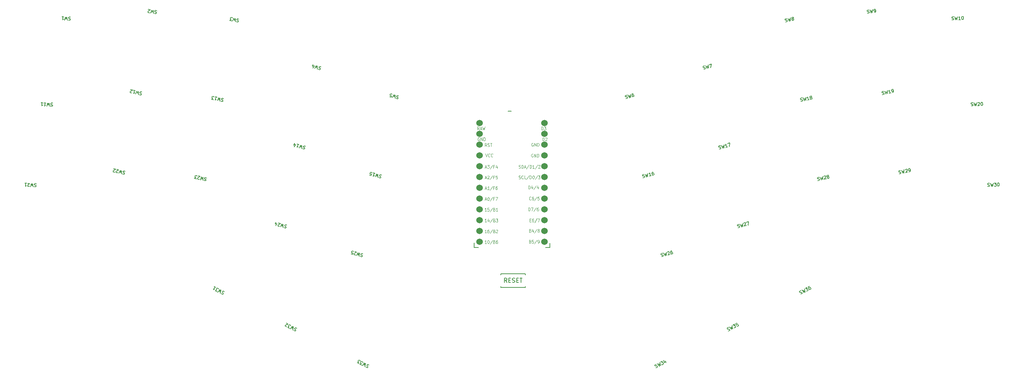
<source format=gto>
G04 #@! TF.GenerationSoftware,KiCad,Pcbnew,(6.0.6)*
G04 #@! TF.CreationDate,2022-07-31T21:57:04+09:00*
G04 #@! TF.ProjectId,nowt36lp,6e6f7774-3336-46c7-902e-6b696361645f,rev?*
G04 #@! TF.SameCoordinates,Original*
G04 #@! TF.FileFunction,Legend,Top*
G04 #@! TF.FilePolarity,Positive*
%FSLAX46Y46*%
G04 Gerber Fmt 4.6, Leading zero omitted, Abs format (unit mm)*
G04 Created by KiCad (PCBNEW (6.0.6)) date 2022-07-31 21:57:04*
%MOMM*%
%LPD*%
G01*
G04 APERTURE LIST*
%ADD10C,0.150000*%
%ADD11C,0.125000*%
%ADD12C,1.524000*%
%ADD13C,3.400000*%
%ADD14C,1.700000*%
%ADD15C,2.000000*%
%ADD16C,2.200000*%
G04 APERTURE END LIST*
D10*
X131230438Y-68522368D02*
X131136190Y-68460140D01*
X130963703Y-68413922D01*
X130885465Y-68429933D01*
X130841724Y-68455187D01*
X130788740Y-68514938D01*
X130770252Y-68583932D01*
X130786263Y-68662171D01*
X130811517Y-68705911D01*
X130871268Y-68758896D01*
X131000014Y-68830367D01*
X131059765Y-68883352D01*
X131085019Y-68927093D01*
X131101029Y-69005331D01*
X131082542Y-69074326D01*
X131029557Y-69134077D01*
X130985816Y-69159331D01*
X130907578Y-69175341D01*
X130735091Y-69129123D01*
X130640843Y-69066895D01*
X130390118Y-69036688D02*
X130411746Y-68266026D01*
X130135103Y-68746512D01*
X130135767Y-68192078D01*
X129769166Y-68870304D01*
X129148213Y-68703921D02*
X129493187Y-68796356D01*
X129620120Y-68460626D01*
X129576379Y-68485880D01*
X129498140Y-68501890D01*
X129325654Y-68455672D01*
X129265903Y-68402688D01*
X129240649Y-68358947D01*
X129224638Y-68280709D01*
X129270856Y-68108222D01*
X129323841Y-68048471D01*
X129367581Y-68023217D01*
X129445820Y-68007207D01*
X129618306Y-68053424D01*
X129678058Y-68106409D01*
X129703311Y-68150150D01*
X112993238Y-61664368D02*
X112898990Y-61602140D01*
X112726503Y-61555922D01*
X112648265Y-61571933D01*
X112604524Y-61597187D01*
X112551540Y-61656938D01*
X112533052Y-61725932D01*
X112549063Y-61804171D01*
X112574317Y-61847911D01*
X112634068Y-61900896D01*
X112762814Y-61972367D01*
X112822565Y-62025352D01*
X112847819Y-62069093D01*
X112863829Y-62147331D01*
X112845342Y-62216326D01*
X112792357Y-62276077D01*
X112748616Y-62301331D01*
X112670378Y-62317341D01*
X112497891Y-62271123D01*
X112403643Y-62208895D01*
X112152918Y-62178688D02*
X112174546Y-61408026D01*
X111897903Y-61888512D01*
X111898567Y-61334078D01*
X111531966Y-62012304D01*
X111010215Y-61613683D02*
X111139625Y-61130720D01*
X111108754Y-61935879D02*
X111419894Y-61464637D01*
X110971428Y-61344471D01*
X66984667Y-86257071D02*
X66887290Y-86199861D01*
X66712621Y-86162734D01*
X66635328Y-86182817D01*
X66592969Y-86210325D01*
X66543184Y-86272767D01*
X66528333Y-86342635D01*
X66548416Y-86419928D01*
X66575925Y-86462287D01*
X66638367Y-86512072D01*
X66770677Y-86576707D01*
X66833119Y-86626492D01*
X66860628Y-86668851D01*
X66880711Y-86746145D01*
X66865860Y-86816012D01*
X66816075Y-86878454D01*
X66773716Y-86905963D01*
X66696423Y-86926046D01*
X66521754Y-86888919D01*
X66424378Y-86831709D01*
X66172415Y-86814665D02*
X66153680Y-86043927D01*
X65902563Y-86538233D01*
X65874209Y-85984523D01*
X65543606Y-86681007D01*
X65313920Y-86559162D02*
X65271561Y-86586670D01*
X65194268Y-86606753D01*
X65019598Y-86569626D01*
X64957156Y-86519841D01*
X64929648Y-86477482D01*
X64909565Y-86400189D01*
X64924416Y-86330321D01*
X64981626Y-86232945D01*
X65489937Y-85902844D01*
X65035797Y-85806313D01*
X64615243Y-86410653D02*
X64572884Y-86438162D01*
X64495591Y-86458245D01*
X64320922Y-86421117D01*
X64258479Y-86371333D01*
X64230971Y-86328974D01*
X64210888Y-86251680D01*
X64225739Y-86181813D01*
X64282949Y-86084437D01*
X64791260Y-85754336D01*
X64337120Y-85657805D01*
X248787365Y-86825546D02*
X248899591Y-86838204D01*
X249074261Y-86801077D01*
X249136703Y-86751292D01*
X249164211Y-86708933D01*
X249184294Y-86631639D01*
X249169444Y-86561772D01*
X249119659Y-86499330D01*
X249077300Y-86471821D01*
X249000007Y-86451738D01*
X248852846Y-86446506D01*
X248775553Y-86426423D01*
X248733193Y-86398914D01*
X248683409Y-86336472D01*
X248668558Y-86266605D01*
X248688641Y-86189311D01*
X248716149Y-86146952D01*
X248778592Y-86097168D01*
X248953261Y-86060040D01*
X249065488Y-86072698D01*
X249302599Y-85985786D02*
X249633202Y-86682270D01*
X249661556Y-86128561D01*
X249912673Y-86622867D01*
X249931408Y-85852129D01*
X250190796Y-85870018D02*
X250218305Y-85827659D01*
X250280747Y-85777875D01*
X250455416Y-85740747D01*
X250532709Y-85760830D01*
X250575068Y-85788339D01*
X250624853Y-85850781D01*
X250639704Y-85920649D01*
X250627046Y-86032876D01*
X250296945Y-86541187D01*
X250751085Y-86444656D01*
X251100424Y-86370402D02*
X251240159Y-86340701D01*
X251302601Y-86290916D01*
X251330110Y-86248557D01*
X251377701Y-86128904D01*
X251382933Y-85981744D01*
X251323530Y-85702273D01*
X251273745Y-85639831D01*
X251231386Y-85612322D01*
X251154093Y-85592239D01*
X251014357Y-85621941D01*
X250951915Y-85671725D01*
X250924407Y-85714085D01*
X250904324Y-85791378D01*
X250941451Y-85966047D01*
X250991236Y-86028489D01*
X251033595Y-86055998D01*
X251110888Y-86076081D01*
X251250623Y-86046379D01*
X251313066Y-85996594D01*
X251340574Y-85954235D01*
X251360657Y-85876942D01*
X192990527Y-106310658D02*
X193103263Y-106317425D01*
X193275750Y-106271207D01*
X193335501Y-106218223D01*
X193360755Y-106174482D01*
X193376765Y-106096244D01*
X193358278Y-106027249D01*
X193305293Y-105967498D01*
X193261552Y-105942244D01*
X193183314Y-105926234D01*
X193036081Y-105928711D01*
X192957843Y-105912700D01*
X192914102Y-105887447D01*
X192861118Y-105827695D01*
X192842631Y-105758701D01*
X192858641Y-105680463D01*
X192883895Y-105636722D01*
X192943646Y-105583737D01*
X193116133Y-105537520D01*
X193228868Y-105544286D01*
X193461106Y-105445084D02*
X193827707Y-106123311D01*
X193827044Y-105568876D01*
X194103686Y-106049363D01*
X194082058Y-105278701D01*
X194342027Y-105282990D02*
X194367281Y-105239250D01*
X194427032Y-105186265D01*
X194599519Y-105140047D01*
X194677757Y-105156058D01*
X194721498Y-105181312D01*
X194774482Y-105241063D01*
X194792969Y-105310057D01*
X194786203Y-105422793D01*
X194483157Y-105947684D01*
X194931622Y-105827518D01*
X195358460Y-104936690D02*
X195220471Y-104973664D01*
X195160720Y-105026648D01*
X195135466Y-105070389D01*
X195094202Y-105192368D01*
X195096679Y-105339601D01*
X195170627Y-105615580D01*
X195223612Y-105675331D01*
X195267352Y-105700585D01*
X195345591Y-105716595D01*
X195483580Y-105679621D01*
X195543331Y-105626637D01*
X195568585Y-105582896D01*
X195584595Y-105504658D01*
X195538378Y-105332171D01*
X195485393Y-105272420D01*
X195441652Y-105247166D01*
X195363414Y-105231156D01*
X195225425Y-105268130D01*
X195165673Y-105321114D01*
X195140420Y-105364855D01*
X195124409Y-105443093D01*
X127206612Y-87156803D02*
X127112363Y-87094575D01*
X126939877Y-87048358D01*
X126861638Y-87064368D01*
X126817898Y-87089622D01*
X126764913Y-87149373D01*
X126746426Y-87218368D01*
X126762436Y-87296606D01*
X126787690Y-87340347D01*
X126847441Y-87393331D01*
X126976187Y-87464803D01*
X127035938Y-87517787D01*
X127061192Y-87561528D01*
X127077202Y-87639766D01*
X127058715Y-87708761D01*
X127005731Y-87768512D01*
X126961990Y-87793766D01*
X126883752Y-87809776D01*
X126711265Y-87763559D01*
X126617016Y-87701331D01*
X126366291Y-87671123D02*
X126387919Y-86900461D01*
X126111277Y-87380947D01*
X126111940Y-86826513D01*
X125745339Y-87504740D01*
X125284004Y-86604668D02*
X125697972Y-86715590D01*
X125490988Y-86660129D02*
X125296874Y-87384574D01*
X125393599Y-87299569D01*
X125481081Y-87249061D01*
X125559319Y-87233051D01*
X124434440Y-87153485D02*
X124779413Y-87245921D01*
X124906346Y-86910191D01*
X124862605Y-86935444D01*
X124784367Y-86951455D01*
X124611880Y-86905237D01*
X124552129Y-86852253D01*
X124526875Y-86808512D01*
X124510865Y-86730273D01*
X124557083Y-86557787D01*
X124610067Y-86498035D01*
X124653808Y-86472782D01*
X124732046Y-86456771D01*
X124904533Y-86502989D01*
X124964284Y-86555974D01*
X124989538Y-86599714D01*
X191679566Y-132464634D02*
X191791245Y-132447813D01*
X191950353Y-132366744D01*
X191997783Y-132302494D01*
X192013390Y-132254459D01*
X192012784Y-132174601D01*
X191980356Y-132110958D01*
X191916107Y-132063529D01*
X191868071Y-132047921D01*
X191788214Y-132048527D01*
X191644713Y-132081561D01*
X191564856Y-132082167D01*
X191516820Y-132066560D01*
X191452571Y-132019130D01*
X191420143Y-131955487D01*
X191419537Y-131875630D01*
X191435144Y-131827594D01*
X191482574Y-131763345D01*
X191641682Y-131682275D01*
X191753361Y-131665455D01*
X191959899Y-131520135D02*
X192459500Y-132107321D01*
X192343577Y-131565140D01*
X192714073Y-131977609D01*
X192532688Y-131228284D01*
X192723618Y-131131001D02*
X193137300Y-130920219D01*
X193044260Y-131288290D01*
X193139725Y-131239648D01*
X193219582Y-131239042D01*
X193267618Y-131254650D01*
X193331867Y-131302079D01*
X193412937Y-131461188D01*
X193413543Y-131541045D01*
X193397936Y-131589080D01*
X193350506Y-131653330D01*
X193159576Y-131750614D01*
X193079719Y-131751220D01*
X193031683Y-131735612D01*
X193823588Y-130851120D02*
X194050583Y-131296623D01*
X193534768Y-130677616D02*
X193618869Y-131236011D01*
X194032550Y-131025230D01*
X122837812Y-105698803D02*
X122743563Y-105636575D01*
X122571077Y-105590358D01*
X122492838Y-105606368D01*
X122449098Y-105631622D01*
X122396113Y-105691373D01*
X122377626Y-105760368D01*
X122393636Y-105838606D01*
X122418890Y-105882347D01*
X122478641Y-105935331D01*
X122607387Y-106006803D01*
X122667138Y-106059787D01*
X122692392Y-106103528D01*
X122708402Y-106181766D01*
X122689915Y-106250761D01*
X122636931Y-106310512D01*
X122593190Y-106335766D01*
X122514952Y-106351776D01*
X122342465Y-106305559D01*
X122248216Y-106243331D01*
X121997491Y-106213123D02*
X122019119Y-105442461D01*
X121742477Y-105922947D01*
X121743140Y-105368513D01*
X121376539Y-106046740D01*
X121153545Y-105913040D02*
X121109804Y-105938294D01*
X121031566Y-105954304D01*
X120859079Y-105908087D01*
X120799328Y-105855102D01*
X120774074Y-105811361D01*
X120758064Y-105733123D01*
X120776551Y-105664128D01*
X120838779Y-105569880D01*
X121363669Y-105266834D01*
X120915204Y-105146668D01*
X120065640Y-105695485D02*
X120410613Y-105787921D01*
X120537546Y-105452191D01*
X120493805Y-105477444D01*
X120415567Y-105493455D01*
X120243080Y-105447237D01*
X120183329Y-105394253D01*
X120158075Y-105350512D01*
X120142065Y-105272273D01*
X120188283Y-105099787D01*
X120241267Y-105040035D01*
X120285008Y-105014782D01*
X120363246Y-104998771D01*
X120535733Y-105044989D01*
X120595484Y-105097974D01*
X120620738Y-105141714D01*
X225639366Y-115141834D02*
X225751045Y-115125013D01*
X225910153Y-115043944D01*
X225957583Y-114979694D01*
X225973190Y-114931659D01*
X225972584Y-114851801D01*
X225940156Y-114788158D01*
X225875907Y-114740729D01*
X225827871Y-114725121D01*
X225748014Y-114725727D01*
X225604513Y-114758761D01*
X225524656Y-114759367D01*
X225476620Y-114743760D01*
X225412371Y-114696330D01*
X225379943Y-114632687D01*
X225379337Y-114552830D01*
X225394944Y-114504794D01*
X225442374Y-114440545D01*
X225601482Y-114359475D01*
X225713161Y-114342655D01*
X225919699Y-114197335D02*
X226419300Y-114784521D01*
X226303377Y-114242340D01*
X226673873Y-114654809D01*
X226492488Y-113905484D01*
X226683418Y-113808201D02*
X227097100Y-113597419D01*
X227004060Y-113965490D01*
X227099525Y-113916848D01*
X227179382Y-113916242D01*
X227227418Y-113931850D01*
X227291667Y-113979279D01*
X227372737Y-114138388D01*
X227373343Y-114218245D01*
X227357736Y-114266280D01*
X227310306Y-114330530D01*
X227119376Y-114427814D01*
X227039519Y-114428420D01*
X226991483Y-114412812D01*
X227669890Y-113305568D02*
X227542603Y-113370424D01*
X227495174Y-113434674D01*
X227479566Y-113482709D01*
X227464565Y-113610602D01*
X227497599Y-113754103D01*
X227627310Y-114008676D01*
X227691560Y-114056105D01*
X227739596Y-114071713D01*
X227819453Y-114071107D01*
X227946739Y-114006251D01*
X227994169Y-113942002D01*
X228009777Y-113893966D01*
X228009170Y-113814109D01*
X227928101Y-113655000D01*
X227863851Y-113607571D01*
X227815815Y-113591963D01*
X227735958Y-113592570D01*
X227608672Y-113657425D01*
X227561242Y-113721675D01*
X227545634Y-113769710D01*
X227546241Y-113849568D01*
X49979412Y-70229949D02*
X49873581Y-70190517D01*
X49695118Y-70184285D01*
X49622487Y-70217484D01*
X49585548Y-70251931D01*
X49547363Y-70322069D01*
X49544870Y-70393454D01*
X49578069Y-70466086D01*
X49612516Y-70503025D01*
X49682654Y-70541210D01*
X49824178Y-70581888D01*
X49894317Y-70620074D01*
X49928763Y-70657013D01*
X49961962Y-70729644D01*
X49959470Y-70801029D01*
X49921284Y-70871168D01*
X49884345Y-70905614D01*
X49811714Y-70938814D01*
X49633251Y-70932581D01*
X49527420Y-70893150D01*
X49276326Y-70920117D02*
X49124038Y-70164342D01*
X48962572Y-70694745D01*
X48838498Y-70154371D01*
X48633860Y-70897682D01*
X47981877Y-70124457D02*
X48410187Y-70139414D01*
X48196032Y-70131936D02*
X48169857Y-70881479D01*
X48244982Y-70776894D01*
X48318860Y-70708002D01*
X48391491Y-70674802D01*
X47268026Y-70099529D02*
X47696337Y-70114486D01*
X47482181Y-70107007D02*
X47456007Y-70856550D01*
X47531131Y-70751966D01*
X47605009Y-70683073D01*
X47677640Y-70649874D01*
X70947067Y-67613471D02*
X70849690Y-67556261D01*
X70675021Y-67519134D01*
X70597728Y-67539217D01*
X70555369Y-67566725D01*
X70505584Y-67629167D01*
X70490733Y-67699035D01*
X70510816Y-67776328D01*
X70538325Y-67818687D01*
X70600767Y-67868472D01*
X70733077Y-67933107D01*
X70795519Y-67982892D01*
X70823028Y-68025251D01*
X70843111Y-68102545D01*
X70828260Y-68172412D01*
X70778475Y-68234854D01*
X70736116Y-68262363D01*
X70658823Y-68282446D01*
X70484154Y-68245319D01*
X70386778Y-68188109D01*
X70134815Y-68171065D02*
X70116080Y-67400327D01*
X69864963Y-67894633D01*
X69836609Y-67340923D01*
X69506006Y-68037407D01*
X68998197Y-67162713D02*
X69417403Y-67251818D01*
X69207800Y-67207266D02*
X69051866Y-67940877D01*
X69144010Y-67850926D01*
X69228729Y-67795909D01*
X69306022Y-67775826D01*
X68577643Y-67767053D02*
X68535284Y-67794562D01*
X68457991Y-67814645D01*
X68283322Y-67777517D01*
X68220879Y-67727733D01*
X68193371Y-67685374D01*
X68173288Y-67608080D01*
X68188139Y-67538213D01*
X68245349Y-67440837D01*
X68753660Y-67110736D01*
X68299520Y-67014205D01*
X90098667Y-69162871D02*
X90001290Y-69105661D01*
X89826621Y-69068534D01*
X89749328Y-69088617D01*
X89706969Y-69116125D01*
X89657184Y-69178567D01*
X89642333Y-69248435D01*
X89662416Y-69325728D01*
X89689925Y-69368087D01*
X89752367Y-69417872D01*
X89884677Y-69482507D01*
X89947119Y-69532292D01*
X89974628Y-69574651D01*
X89994711Y-69651945D01*
X89979860Y-69721812D01*
X89930075Y-69784254D01*
X89887716Y-69811763D01*
X89810423Y-69831846D01*
X89635754Y-69794719D01*
X89538378Y-69737509D01*
X89286415Y-69720465D02*
X89267680Y-68949727D01*
X89016563Y-69444033D01*
X88988209Y-68890323D01*
X88657606Y-69586807D01*
X88149797Y-68712113D02*
X88569003Y-68801218D01*
X88359400Y-68756666D02*
X88203466Y-69490277D01*
X88295610Y-69400326D01*
X88380329Y-69345309D01*
X88457622Y-69325226D01*
X87749326Y-69393746D02*
X87295186Y-69297216D01*
X87599126Y-69069723D01*
X87494325Y-69047447D01*
X87431883Y-68997662D01*
X87404374Y-68955303D01*
X87384291Y-68878010D01*
X87421418Y-68703340D01*
X87471203Y-68640898D01*
X87513562Y-68613390D01*
X87590855Y-68593307D01*
X87800458Y-68637859D01*
X87862901Y-68687644D01*
X87890409Y-68730003D01*
X184597901Y-69108823D02*
X184710636Y-69115590D01*
X184883123Y-69069372D01*
X184942874Y-69016388D01*
X184968128Y-68972647D01*
X184984138Y-68894409D01*
X184965651Y-68825414D01*
X184912667Y-68765663D01*
X184868926Y-68740409D01*
X184790688Y-68724399D01*
X184643455Y-68726875D01*
X184565217Y-68710865D01*
X184521476Y-68685611D01*
X184468491Y-68625860D01*
X184450004Y-68556865D01*
X184466014Y-68478627D01*
X184491268Y-68434886D01*
X184551019Y-68381902D01*
X184723506Y-68335684D01*
X184836242Y-68342451D01*
X185068480Y-68243249D02*
X185435081Y-68921475D01*
X185434417Y-68367041D01*
X185711060Y-68847527D01*
X185689432Y-68076865D01*
X186275887Y-67919725D02*
X186137898Y-67956699D01*
X186078146Y-68009684D01*
X186052893Y-68053424D01*
X186011628Y-68175404D01*
X186014105Y-68322637D01*
X186088054Y-68598615D01*
X186141038Y-68658366D01*
X186184779Y-68683620D01*
X186263017Y-68699631D01*
X186401007Y-68662656D01*
X186460758Y-68609672D01*
X186486012Y-68565931D01*
X186502022Y-68487693D01*
X186455804Y-68315206D01*
X186402820Y-68255455D01*
X186359079Y-68230201D01*
X186280841Y-68214191D01*
X186142851Y-68251165D01*
X186083100Y-68304149D01*
X186057846Y-68347890D01*
X186041836Y-68426129D01*
X265687576Y-70811322D02*
X265795900Y-70843275D01*
X265974363Y-70837043D01*
X266044501Y-70798857D01*
X266078947Y-70761919D01*
X266112147Y-70689287D01*
X266109654Y-70617902D01*
X266071469Y-70547763D01*
X266034530Y-70513317D01*
X265961898Y-70480118D01*
X265817882Y-70449411D01*
X265745250Y-70416211D01*
X265708311Y-70381765D01*
X265670126Y-70311626D01*
X265667633Y-70240241D01*
X265700833Y-70167610D01*
X265735279Y-70130671D01*
X265805418Y-70092485D01*
X265983880Y-70086253D01*
X266092204Y-70118207D01*
X266340806Y-70073789D02*
X266545443Y-70817100D01*
X266669517Y-70276727D01*
X266830983Y-70807129D01*
X266983271Y-70051354D01*
X267235612Y-70114014D02*
X267270058Y-70077075D01*
X267340197Y-70038890D01*
X267518659Y-70032658D01*
X267591291Y-70065857D01*
X267628230Y-70100303D01*
X267666415Y-70170442D01*
X267668908Y-70241827D01*
X267636954Y-70350151D01*
X267223601Y-70793418D01*
X267687604Y-70777215D01*
X268125432Y-70011469D02*
X268196817Y-70008976D01*
X268269449Y-70042176D01*
X268306388Y-70076622D01*
X268344573Y-70146760D01*
X268385251Y-70288284D01*
X268391483Y-70466747D01*
X268360776Y-70610763D01*
X268327577Y-70683395D01*
X268293131Y-70720334D01*
X268222992Y-70758519D01*
X268151607Y-70761012D01*
X268078975Y-70727812D01*
X268042036Y-70693366D01*
X268003851Y-70623227D01*
X267963173Y-70481704D01*
X267956941Y-70303241D01*
X267987648Y-70159224D01*
X268020847Y-70086593D01*
X268055294Y-70049654D01*
X268125432Y-70011469D01*
X208646766Y-123803234D02*
X208758445Y-123786413D01*
X208917553Y-123705344D01*
X208964983Y-123641094D01*
X208980590Y-123593059D01*
X208979984Y-123513201D01*
X208947556Y-123449558D01*
X208883307Y-123402129D01*
X208835271Y-123386521D01*
X208755414Y-123387127D01*
X208611913Y-123420161D01*
X208532056Y-123420767D01*
X208484020Y-123405160D01*
X208419771Y-123357730D01*
X208387343Y-123294087D01*
X208386737Y-123214230D01*
X208402344Y-123166194D01*
X208449774Y-123101945D01*
X208608882Y-123020875D01*
X208720561Y-123004055D01*
X208927099Y-122858735D02*
X209426700Y-123445921D01*
X209310777Y-122903740D01*
X209681273Y-123316209D01*
X209499888Y-122566884D01*
X209690818Y-122469601D02*
X210104500Y-122258819D01*
X210011460Y-122626890D01*
X210106925Y-122578248D01*
X210186782Y-122577642D01*
X210234818Y-122593250D01*
X210299067Y-122640679D01*
X210380137Y-122799788D01*
X210380743Y-122879645D01*
X210365136Y-122927680D01*
X210317706Y-122991930D01*
X210126776Y-123089214D01*
X210046919Y-123089820D01*
X209998883Y-123074212D01*
X210709112Y-121950754D02*
X210390895Y-122112894D01*
X210521213Y-122447324D01*
X210536820Y-122399289D01*
X210584250Y-122335039D01*
X210743358Y-122253970D01*
X210823215Y-122253363D01*
X210871251Y-122268971D01*
X210935501Y-122316400D01*
X211016570Y-122475509D01*
X211017177Y-122555366D01*
X211001569Y-122603402D01*
X210954139Y-122667651D01*
X210795031Y-122748721D01*
X210715174Y-122749327D01*
X210667138Y-122733719D01*
X210927227Y-99505158D02*
X211039963Y-99511925D01*
X211212450Y-99465707D01*
X211272201Y-99412723D01*
X211297455Y-99368982D01*
X211313465Y-99290744D01*
X211294978Y-99221749D01*
X211241993Y-99161998D01*
X211198252Y-99136744D01*
X211120014Y-99120734D01*
X210972781Y-99123211D01*
X210894543Y-99107200D01*
X210850802Y-99081947D01*
X210797818Y-99022195D01*
X210779331Y-98953201D01*
X210795341Y-98874963D01*
X210820595Y-98831222D01*
X210880346Y-98778237D01*
X211052833Y-98732020D01*
X211165568Y-98738786D01*
X211397806Y-98639584D02*
X211764407Y-99317811D01*
X211763744Y-98763376D01*
X212040386Y-99243863D01*
X212018758Y-98473201D01*
X212278727Y-98477490D02*
X212303981Y-98433750D01*
X212363732Y-98380765D01*
X212536219Y-98334547D01*
X212614457Y-98350558D01*
X212658198Y-98375812D01*
X212711182Y-98435563D01*
X212729669Y-98504557D01*
X212722903Y-98617293D01*
X212419857Y-99142184D01*
X212868322Y-99022018D01*
X212915690Y-98232869D02*
X213398653Y-98103459D01*
X213282291Y-98911095D01*
X86110867Y-87806471D02*
X86013490Y-87749261D01*
X85838821Y-87712134D01*
X85761528Y-87732217D01*
X85719169Y-87759725D01*
X85669384Y-87822167D01*
X85654533Y-87892035D01*
X85674616Y-87969328D01*
X85702125Y-88011687D01*
X85764567Y-88061472D01*
X85896877Y-88126107D01*
X85959319Y-88175892D01*
X85986828Y-88218251D01*
X86006911Y-88295545D01*
X85992060Y-88365412D01*
X85942275Y-88427854D01*
X85899916Y-88455363D01*
X85822623Y-88475446D01*
X85647954Y-88438319D01*
X85550578Y-88381109D01*
X85298615Y-88364065D02*
X85279880Y-87593327D01*
X85028763Y-88087633D01*
X85000409Y-87533923D01*
X84669806Y-88230407D01*
X84440120Y-88108562D02*
X84397761Y-88136070D01*
X84320468Y-88156153D01*
X84145798Y-88119026D01*
X84083356Y-88069241D01*
X84055848Y-88026882D01*
X84035765Y-87949589D01*
X84050616Y-87879721D01*
X84107826Y-87782345D01*
X84616137Y-87452244D01*
X84161997Y-87355713D01*
X83761526Y-88037346D02*
X83307386Y-87940816D01*
X83611326Y-87713323D01*
X83506525Y-87691047D01*
X83444083Y-87641262D01*
X83416574Y-87598903D01*
X83396491Y-87521610D01*
X83433618Y-87346940D01*
X83483403Y-87284498D01*
X83525762Y-87256990D01*
X83603055Y-87236907D01*
X83812658Y-87281459D01*
X83875101Y-87331244D01*
X83902609Y-87373603D01*
X54169087Y-49973684D02*
X54063256Y-49934253D01*
X53884793Y-49928021D01*
X53812162Y-49961220D01*
X53775223Y-49995667D01*
X53737037Y-50065805D01*
X53734544Y-50137190D01*
X53767744Y-50209822D01*
X53802190Y-50246761D01*
X53872329Y-50284946D01*
X54013853Y-50325624D01*
X54083991Y-50363809D01*
X54118437Y-50400748D01*
X54151637Y-50473380D01*
X54149144Y-50544765D01*
X54110959Y-50614904D01*
X54074020Y-50649350D01*
X54001388Y-50682549D01*
X53822926Y-50676317D01*
X53717095Y-50636886D01*
X53466001Y-50663853D02*
X53313713Y-49908078D01*
X53152246Y-50438480D01*
X53028172Y-49898107D01*
X52823535Y-50641418D01*
X52171552Y-49868193D02*
X52599862Y-49883150D01*
X52385707Y-49875671D02*
X52359532Y-50625215D01*
X52434656Y-50520630D01*
X52508534Y-50451738D01*
X52581166Y-50418538D01*
X222111103Y-51064292D02*
X222223330Y-51076949D01*
X222397999Y-51039822D01*
X222460441Y-50990038D01*
X222487950Y-50947678D01*
X222508033Y-50870385D01*
X222493182Y-50800518D01*
X222443397Y-50738075D01*
X222401038Y-50710567D01*
X222323745Y-50690484D01*
X222176584Y-50685252D01*
X222099291Y-50665169D01*
X222056932Y-50637660D01*
X222007147Y-50575218D01*
X221992296Y-50505350D01*
X222012379Y-50428057D01*
X222039888Y-50385698D01*
X222102330Y-50335913D01*
X222276999Y-50298786D01*
X222389226Y-50311444D01*
X222626338Y-50224532D02*
X222956941Y-50921016D01*
X222985295Y-50367306D01*
X223236411Y-50861612D01*
X223255147Y-50090875D01*
X223706248Y-50323600D02*
X223628955Y-50303517D01*
X223586595Y-50276008D01*
X223536811Y-50213566D01*
X223529385Y-50178632D01*
X223549468Y-50101339D01*
X223576977Y-50058980D01*
X223639419Y-50009195D01*
X223779154Y-49979493D01*
X223856448Y-49999576D01*
X223898807Y-50027085D01*
X223948591Y-50089527D01*
X223956017Y-50124461D01*
X223935934Y-50201754D01*
X223908425Y-50244113D01*
X223845983Y-50293898D01*
X223706248Y-50323600D01*
X223643806Y-50373384D01*
X223616297Y-50415743D01*
X223596214Y-50493037D01*
X223625916Y-50632772D01*
X223675700Y-50695214D01*
X223718060Y-50722723D01*
X223795353Y-50742806D01*
X223935088Y-50713104D01*
X223997530Y-50663319D01*
X224025039Y-50620960D01*
X224045122Y-50543667D01*
X224015420Y-50403932D01*
X223965636Y-50341489D01*
X223923276Y-50313981D01*
X223845983Y-50293898D01*
X104956212Y-98942403D02*
X104861963Y-98880175D01*
X104689477Y-98833958D01*
X104611238Y-98849968D01*
X104567498Y-98875222D01*
X104514513Y-98934973D01*
X104496026Y-99003968D01*
X104512036Y-99082206D01*
X104537290Y-99125947D01*
X104597041Y-99178931D01*
X104725787Y-99250403D01*
X104785538Y-99303387D01*
X104810792Y-99347128D01*
X104826802Y-99425366D01*
X104808315Y-99494361D01*
X104755331Y-99554112D01*
X104711590Y-99579366D01*
X104633352Y-99595376D01*
X104460865Y-99549159D01*
X104366616Y-99486931D01*
X104115891Y-99456723D02*
X104137519Y-98686061D01*
X103860877Y-99166547D01*
X103861540Y-98612113D01*
X103494939Y-99290340D01*
X103271945Y-99156640D02*
X103228204Y-99181894D01*
X103149966Y-99197904D01*
X102977479Y-99151687D01*
X102917728Y-99098702D01*
X102892474Y-99054961D01*
X102876464Y-98976723D01*
X102894951Y-98907728D01*
X102957179Y-98813480D01*
X103482069Y-98510434D01*
X103033604Y-98390268D01*
X102283242Y-98706847D02*
X102412651Y-98223884D01*
X102381780Y-99029044D02*
X102692920Y-98557801D01*
X102244455Y-98437635D01*
X74425534Y-48441998D02*
X74323542Y-48393493D01*
X74146302Y-48371730D01*
X74071053Y-48398473D01*
X74031252Y-48429569D01*
X73987099Y-48496113D01*
X73978394Y-48567009D01*
X74005138Y-48642257D01*
X74036233Y-48682058D01*
X74102777Y-48726211D01*
X74240217Y-48779069D01*
X74306760Y-48823222D01*
X74337856Y-48863023D01*
X74364599Y-48938271D01*
X74355894Y-49009167D01*
X74311741Y-49075711D01*
X74271940Y-49106807D01*
X74196692Y-49133550D01*
X74019451Y-49111787D01*
X73917460Y-49063282D01*
X73664971Y-49068263D02*
X73579132Y-48302091D01*
X73372053Y-48816402D01*
X73295548Y-48267271D01*
X73026905Y-48989918D01*
X72787474Y-48888555D02*
X72747673Y-48919650D01*
X72672425Y-48946393D01*
X72495184Y-48924631D01*
X72428640Y-48880478D01*
X72397545Y-48840677D01*
X72370802Y-48765429D01*
X72379507Y-48694533D01*
X72428012Y-48592541D01*
X72905619Y-48219394D01*
X72444794Y-48162811D01*
X93711728Y-50445017D02*
X93614352Y-50387806D01*
X93439683Y-50350679D01*
X93362390Y-50370762D01*
X93320030Y-50398271D01*
X93270246Y-50460713D01*
X93255395Y-50530581D01*
X93275478Y-50607874D01*
X93302986Y-50650233D01*
X93365429Y-50700018D01*
X93497739Y-50764653D01*
X93560181Y-50814438D01*
X93587689Y-50856797D01*
X93607772Y-50934090D01*
X93592921Y-51003958D01*
X93543137Y-51066400D01*
X93500778Y-51093909D01*
X93423484Y-51113992D01*
X93248815Y-51076865D01*
X93151439Y-51019655D01*
X92899477Y-51002610D02*
X92880741Y-50231873D01*
X92629625Y-50726179D01*
X92601271Y-50172469D01*
X92270668Y-50868953D01*
X92061065Y-50824400D02*
X91606925Y-50727870D01*
X91910865Y-50500377D01*
X91806063Y-50478101D01*
X91743621Y-50428316D01*
X91716113Y-50385957D01*
X91696030Y-50308664D01*
X91733157Y-50133995D01*
X91782941Y-50071552D01*
X91825301Y-50044044D01*
X91902594Y-50023961D01*
X92112197Y-50068513D01*
X92174639Y-50118298D01*
X92202147Y-50160657D01*
X241319657Y-49019215D02*
X241430354Y-49041606D01*
X241607594Y-49019844D01*
X241674138Y-48975691D01*
X241705234Y-48935890D01*
X241731977Y-48860642D01*
X241723272Y-48789745D01*
X241679119Y-48723202D01*
X241639318Y-48692106D01*
X241564070Y-48665363D01*
X241417925Y-48647325D01*
X241342676Y-48620582D01*
X241302876Y-48589486D01*
X241258723Y-48522942D01*
X241250018Y-48452046D01*
X241276761Y-48376798D01*
X241307856Y-48336997D01*
X241374400Y-48292844D01*
X241551641Y-48271082D01*
X241662337Y-48293472D01*
X241906121Y-48227557D02*
X242174764Y-48950204D01*
X242251269Y-48401073D01*
X242458348Y-48915384D01*
X242544187Y-48149212D01*
X242954621Y-48854450D02*
X243096414Y-48837040D01*
X243162957Y-48792887D01*
X243194053Y-48753086D01*
X243251892Y-48638037D01*
X243269930Y-48491892D01*
X243235110Y-48208308D01*
X243190957Y-48141764D01*
X243151156Y-48110668D01*
X243075908Y-48083925D01*
X242934116Y-48101335D01*
X242867572Y-48145488D01*
X242836476Y-48185289D01*
X242809733Y-48260537D01*
X242831496Y-48437778D01*
X242875649Y-48504321D01*
X242915449Y-48535417D01*
X242990698Y-48562160D01*
X243132490Y-48544750D01*
X243199034Y-48500597D01*
X243230129Y-48460797D01*
X243256872Y-48385548D01*
X244850365Y-68181946D02*
X244962591Y-68194604D01*
X245137261Y-68157477D01*
X245199703Y-68107692D01*
X245227211Y-68065333D01*
X245247294Y-67988039D01*
X245232444Y-67918172D01*
X245182659Y-67855730D01*
X245140300Y-67828221D01*
X245063007Y-67808138D01*
X244915846Y-67802906D01*
X244838553Y-67782823D01*
X244796193Y-67755314D01*
X244746409Y-67692872D01*
X244731558Y-67623005D01*
X244751641Y-67545711D01*
X244779149Y-67503352D01*
X244841592Y-67453568D01*
X245016261Y-67416440D01*
X245128488Y-67429098D01*
X245365599Y-67342186D02*
X245696202Y-68038670D01*
X245724556Y-67484961D01*
X245975673Y-67979267D01*
X245994408Y-67208529D01*
X246814085Y-67801056D02*
X246394879Y-67890162D01*
X246604482Y-67845609D02*
X246448548Y-67111998D01*
X246400957Y-67231651D01*
X246345940Y-67316369D01*
X246283498Y-67366154D01*
X247163424Y-67726802D02*
X247303159Y-67697101D01*
X247365601Y-67647316D01*
X247393110Y-67604957D01*
X247440701Y-67485304D01*
X247445933Y-67338144D01*
X247386530Y-67058673D01*
X247336745Y-66996231D01*
X247294386Y-66968722D01*
X247217093Y-66948639D01*
X247077357Y-66978341D01*
X247014915Y-67028125D01*
X246987407Y-67070485D01*
X246967324Y-67147778D01*
X247004451Y-67322447D01*
X247054236Y-67384889D01*
X247096595Y-67412398D01*
X247173888Y-67432481D01*
X247313623Y-67402779D01*
X247376066Y-67352994D01*
X247403574Y-67310635D01*
X247423657Y-67233342D01*
X269573776Y-89785122D02*
X269682100Y-89817075D01*
X269860563Y-89810843D01*
X269930701Y-89772657D01*
X269965147Y-89735719D01*
X269998347Y-89663087D01*
X269995854Y-89591702D01*
X269957669Y-89521563D01*
X269920730Y-89487117D01*
X269848098Y-89453918D01*
X269704082Y-89423211D01*
X269631450Y-89390011D01*
X269594511Y-89355565D01*
X269556326Y-89285426D01*
X269553833Y-89214041D01*
X269587033Y-89141410D01*
X269621479Y-89104471D01*
X269691618Y-89066285D01*
X269870080Y-89060053D01*
X269978404Y-89092007D01*
X270227006Y-89047589D02*
X270431643Y-89790900D01*
X270555717Y-89250527D01*
X270717183Y-89780929D01*
X270869471Y-89025154D01*
X271083626Y-89017675D02*
X271547629Y-89001472D01*
X271307753Y-89295737D01*
X271414830Y-89291998D01*
X271487462Y-89325198D01*
X271524401Y-89359644D01*
X271562586Y-89429782D01*
X271568818Y-89608245D01*
X271535619Y-89680876D01*
X271501172Y-89717815D01*
X271431034Y-89756001D01*
X271216879Y-89763479D01*
X271144247Y-89730280D01*
X271107308Y-89695833D01*
X272011632Y-88985269D02*
X272083017Y-88982776D01*
X272155649Y-89015976D01*
X272192588Y-89050422D01*
X272230773Y-89120560D01*
X272271451Y-89262084D01*
X272277683Y-89440547D01*
X272246976Y-89584563D01*
X272213777Y-89657195D01*
X272179331Y-89694134D01*
X272109192Y-89732319D01*
X272037807Y-89734812D01*
X271965175Y-89701612D01*
X271928236Y-89667166D01*
X271890051Y-89597027D01*
X271849373Y-89455504D01*
X271843141Y-89277041D01*
X271873848Y-89133024D01*
X271907047Y-89060393D01*
X271941494Y-89023454D01*
X272011632Y-88985269D01*
X225698765Y-69756746D02*
X225810991Y-69769404D01*
X225985661Y-69732277D01*
X226048103Y-69682492D01*
X226075611Y-69640133D01*
X226095694Y-69562839D01*
X226080844Y-69492972D01*
X226031059Y-69430530D01*
X225988700Y-69403021D01*
X225911407Y-69382938D01*
X225764246Y-69377706D01*
X225686953Y-69357623D01*
X225644593Y-69330114D01*
X225594809Y-69267672D01*
X225579958Y-69197805D01*
X225600041Y-69120511D01*
X225627549Y-69078152D01*
X225689992Y-69028368D01*
X225864661Y-68991240D01*
X225976888Y-69003898D01*
X226213999Y-68916986D02*
X226544602Y-69613470D01*
X226572956Y-69059761D01*
X226824073Y-69554067D01*
X226842808Y-68783329D01*
X227662485Y-69375856D02*
X227243279Y-69464962D01*
X227452882Y-69420409D02*
X227296948Y-68686798D01*
X227249357Y-68806451D01*
X227194340Y-68891169D01*
X227131898Y-68940954D01*
X227992586Y-68867545D02*
X227915293Y-68847462D01*
X227872934Y-68819954D01*
X227823149Y-68757512D01*
X227815724Y-68722578D01*
X227835807Y-68645285D01*
X227863315Y-68602925D01*
X227925757Y-68553141D01*
X228065493Y-68523439D01*
X228142786Y-68543522D01*
X228185145Y-68571031D01*
X228234930Y-68633473D01*
X228242355Y-68668407D01*
X228222272Y-68745700D01*
X228194764Y-68788059D01*
X228132322Y-68837844D01*
X227992586Y-68867545D01*
X227930144Y-68917330D01*
X227902636Y-68959689D01*
X227882553Y-69036982D01*
X227912254Y-69176718D01*
X227962039Y-69239160D01*
X228004398Y-69266668D01*
X228081691Y-69286751D01*
X228221427Y-69257050D01*
X228283869Y-69207265D01*
X228311377Y-69164906D01*
X228331460Y-69087613D01*
X228301759Y-68947877D01*
X228251974Y-68885435D01*
X228209615Y-68857927D01*
X228132322Y-68837844D01*
X90307470Y-114626265D02*
X90228219Y-114545802D01*
X90069111Y-114464732D01*
X89989254Y-114464126D01*
X89941218Y-114479734D01*
X89876968Y-114527163D01*
X89844541Y-114590806D01*
X89843934Y-114670664D01*
X89859542Y-114718699D01*
X89906971Y-114782949D01*
X90018044Y-114879626D01*
X90065473Y-114943876D01*
X90081081Y-114991911D01*
X90080475Y-115071769D01*
X90048047Y-115135412D01*
X89983797Y-115182841D01*
X89935762Y-115198449D01*
X89855905Y-115197843D01*
X89696796Y-115116773D01*
X89617545Y-115036310D01*
X89378580Y-114954634D02*
X89559964Y-114205309D01*
X89189468Y-114617778D01*
X89305391Y-114075597D01*
X88805790Y-114662783D01*
X88614860Y-114565499D02*
X88201178Y-114354718D01*
X88553641Y-114213642D01*
X88458176Y-114165000D01*
X88410747Y-114100751D01*
X88395139Y-114052715D01*
X88395746Y-113972858D01*
X88476815Y-113813749D01*
X88541065Y-113766320D01*
X88589100Y-113750712D01*
X88668958Y-113751318D01*
X88859888Y-113848602D01*
X88907317Y-113912852D01*
X88922925Y-113960887D01*
X87905238Y-113362184D02*
X88287098Y-113556751D01*
X88096168Y-113459467D02*
X87755675Y-114127722D01*
X87867960Y-114064685D01*
X87964031Y-114033470D01*
X88043889Y-114034076D01*
X46144012Y-89178349D02*
X46038181Y-89138917D01*
X45859718Y-89132685D01*
X45787087Y-89165884D01*
X45750148Y-89200331D01*
X45711963Y-89270469D01*
X45709470Y-89341854D01*
X45742669Y-89414486D01*
X45777116Y-89451425D01*
X45847254Y-89489610D01*
X45988778Y-89530288D01*
X46058917Y-89568474D01*
X46093363Y-89605413D01*
X46126562Y-89678044D01*
X46124070Y-89749429D01*
X46085884Y-89819568D01*
X46048945Y-89854014D01*
X45976314Y-89887214D01*
X45797851Y-89880981D01*
X45692020Y-89841550D01*
X45440926Y-89868517D02*
X45288638Y-89112742D01*
X45127172Y-89643145D01*
X45003098Y-89102771D01*
X44798460Y-89846082D01*
X44551105Y-89765972D02*
X44514166Y-89800418D01*
X44441535Y-89833618D01*
X44263072Y-89827386D01*
X44192934Y-89789200D01*
X44158488Y-89752262D01*
X44125288Y-89679630D01*
X44127781Y-89608245D01*
X44167212Y-89502414D01*
X44610480Y-89089060D01*
X44146477Y-89072857D01*
X43432626Y-89047929D02*
X43860937Y-89062886D01*
X43646781Y-89055407D02*
X43620607Y-89804950D01*
X43695731Y-89700366D01*
X43769609Y-89631473D01*
X43842240Y-89598274D01*
D11*
X165045476Y-79069285D02*
X165045476Y-78319285D01*
X165205000Y-78319285D01*
X165300714Y-78355000D01*
X165364523Y-78426428D01*
X165396428Y-78497857D01*
X165428333Y-78640714D01*
X165428333Y-78747857D01*
X165396428Y-78890714D01*
X165364523Y-78962142D01*
X165300714Y-79033571D01*
X165205000Y-79069285D01*
X165045476Y-79069285D01*
X165683571Y-78390714D02*
X165715476Y-78355000D01*
X165779285Y-78319285D01*
X165938809Y-78319285D01*
X166002619Y-78355000D01*
X166034523Y-78390714D01*
X166066428Y-78462142D01*
X166066428Y-78533571D01*
X166034523Y-78640714D01*
X165651666Y-79069285D01*
X166066428Y-79069285D01*
X150190523Y-78350000D02*
X150126714Y-78314285D01*
X150031000Y-78314285D01*
X149935285Y-78350000D01*
X149871476Y-78421428D01*
X149839571Y-78492857D01*
X149807666Y-78635714D01*
X149807666Y-78742857D01*
X149839571Y-78885714D01*
X149871476Y-78957142D01*
X149935285Y-79028571D01*
X150031000Y-79064285D01*
X150094809Y-79064285D01*
X150190523Y-79028571D01*
X150222428Y-78992857D01*
X150222428Y-78742857D01*
X150094809Y-78742857D01*
X150509571Y-79064285D02*
X150509571Y-78314285D01*
X150892428Y-79064285D01*
X150892428Y-78314285D01*
X151211476Y-79064285D02*
X151211476Y-78314285D01*
X151371000Y-78314285D01*
X151466714Y-78350000D01*
X151530523Y-78421428D01*
X151562428Y-78492857D01*
X151594333Y-78635714D01*
X151594333Y-78742857D01*
X151562428Y-78885714D01*
X151530523Y-78957142D01*
X151466714Y-79028571D01*
X151371000Y-79064285D01*
X151211476Y-79064285D01*
X151550285Y-87830000D02*
X151869333Y-87830000D01*
X151486476Y-88044285D02*
X151709809Y-87294285D01*
X151933142Y-88044285D01*
X152124571Y-87365714D02*
X152156476Y-87330000D01*
X152220285Y-87294285D01*
X152379809Y-87294285D01*
X152443619Y-87330000D01*
X152475523Y-87365714D01*
X152507428Y-87437142D01*
X152507428Y-87508571D01*
X152475523Y-87615714D01*
X152092666Y-88044285D01*
X152507428Y-88044285D01*
X153273142Y-87258571D02*
X152698857Y-88222857D01*
X153719809Y-87651428D02*
X153496476Y-87651428D01*
X153496476Y-88044285D02*
X153496476Y-87294285D01*
X153815523Y-87294285D01*
X154389809Y-87294285D02*
X154070761Y-87294285D01*
X154038857Y-87651428D01*
X154070761Y-87615714D01*
X154134571Y-87580000D01*
X154294095Y-87580000D01*
X154357904Y-87615714D01*
X154389809Y-87651428D01*
X154421714Y-87722857D01*
X154421714Y-87901428D01*
X154389809Y-87972857D01*
X154357904Y-88008571D01*
X154294095Y-88044285D01*
X154134571Y-88044285D01*
X154070761Y-88008571D01*
X154038857Y-87972857D01*
X151550285Y-85330000D02*
X151869333Y-85330000D01*
X151486476Y-85544285D02*
X151709809Y-84794285D01*
X151933142Y-85544285D01*
X152092666Y-84794285D02*
X152507428Y-84794285D01*
X152284095Y-85080000D01*
X152379809Y-85080000D01*
X152443619Y-85115714D01*
X152475523Y-85151428D01*
X152507428Y-85222857D01*
X152507428Y-85401428D01*
X152475523Y-85472857D01*
X152443619Y-85508571D01*
X152379809Y-85544285D01*
X152188380Y-85544285D01*
X152124571Y-85508571D01*
X152092666Y-85472857D01*
X153273142Y-84758571D02*
X152698857Y-85722857D01*
X153719809Y-85151428D02*
X153496476Y-85151428D01*
X153496476Y-85544285D02*
X153496476Y-84794285D01*
X153815523Y-84794285D01*
X154357904Y-85044285D02*
X154357904Y-85544285D01*
X154198380Y-84758571D02*
X154038857Y-85294285D01*
X154453619Y-85294285D01*
X162144809Y-100226428D02*
X162240523Y-100262142D01*
X162272428Y-100297857D01*
X162304333Y-100369285D01*
X162304333Y-100476428D01*
X162272428Y-100547857D01*
X162240523Y-100583571D01*
X162176714Y-100619285D01*
X161921476Y-100619285D01*
X161921476Y-99869285D01*
X162144809Y-99869285D01*
X162208619Y-99905000D01*
X162240523Y-99940714D01*
X162272428Y-100012142D01*
X162272428Y-100083571D01*
X162240523Y-100155000D01*
X162208619Y-100190714D01*
X162144809Y-100226428D01*
X161921476Y-100226428D01*
X162878619Y-100119285D02*
X162878619Y-100619285D01*
X162719095Y-99833571D02*
X162559571Y-100369285D01*
X162974333Y-100369285D01*
X163708142Y-99833571D02*
X163133857Y-100797857D01*
X164027190Y-100190714D02*
X163963380Y-100155000D01*
X163931476Y-100119285D01*
X163899571Y-100047857D01*
X163899571Y-100012142D01*
X163931476Y-99940714D01*
X163963380Y-99905000D01*
X164027190Y-99869285D01*
X164154809Y-99869285D01*
X164218619Y-99905000D01*
X164250523Y-99940714D01*
X164282428Y-100012142D01*
X164282428Y-100047857D01*
X164250523Y-100119285D01*
X164218619Y-100155000D01*
X164154809Y-100190714D01*
X164027190Y-100190714D01*
X163963380Y-100226428D01*
X163931476Y-100262142D01*
X163899571Y-100333571D01*
X163899571Y-100476428D01*
X163931476Y-100547857D01*
X163963380Y-100583571D01*
X164027190Y-100619285D01*
X164154809Y-100619285D01*
X164218619Y-100583571D01*
X164250523Y-100547857D01*
X164282428Y-100476428D01*
X164282428Y-100333571D01*
X164250523Y-100262142D01*
X164218619Y-100226428D01*
X164154809Y-100190714D01*
X150128380Y-76524285D02*
X149905047Y-76167142D01*
X149745523Y-76524285D02*
X149745523Y-75774285D01*
X150000761Y-75774285D01*
X150064571Y-75810000D01*
X150096476Y-75845714D01*
X150128380Y-75917142D01*
X150128380Y-76024285D01*
X150096476Y-76095714D01*
X150064571Y-76131428D01*
X150000761Y-76167142D01*
X149745523Y-76167142D01*
X150383619Y-76310000D02*
X150702666Y-76310000D01*
X150319809Y-76524285D02*
X150543142Y-75774285D01*
X150766476Y-76524285D01*
X150926000Y-75774285D02*
X151085523Y-76524285D01*
X151213142Y-75988571D01*
X151340761Y-76524285D01*
X151500285Y-75774285D01*
X161746476Y-90394285D02*
X161746476Y-89644285D01*
X161906000Y-89644285D01*
X162001714Y-89680000D01*
X162065523Y-89751428D01*
X162097428Y-89822857D01*
X162129333Y-89965714D01*
X162129333Y-90072857D01*
X162097428Y-90215714D01*
X162065523Y-90287142D01*
X162001714Y-90358571D01*
X161906000Y-90394285D01*
X161746476Y-90394285D01*
X162703619Y-89894285D02*
X162703619Y-90394285D01*
X162544095Y-89608571D02*
X162384571Y-90144285D01*
X162799333Y-90144285D01*
X163533142Y-89608571D02*
X162958857Y-90572857D01*
X164043619Y-89894285D02*
X164043619Y-90394285D01*
X163884095Y-89608571D02*
X163724571Y-90144285D01*
X164139333Y-90144285D01*
X162003380Y-97751428D02*
X162226714Y-97751428D01*
X162322428Y-98144285D02*
X162003380Y-98144285D01*
X162003380Y-97394285D01*
X162322428Y-97394285D01*
X162896714Y-97394285D02*
X162769095Y-97394285D01*
X162705285Y-97430000D01*
X162673380Y-97465714D01*
X162609571Y-97572857D01*
X162577666Y-97715714D01*
X162577666Y-98001428D01*
X162609571Y-98072857D01*
X162641476Y-98108571D01*
X162705285Y-98144285D01*
X162832904Y-98144285D01*
X162896714Y-98108571D01*
X162928619Y-98072857D01*
X162960523Y-98001428D01*
X162960523Y-97822857D01*
X162928619Y-97751428D01*
X162896714Y-97715714D01*
X162832904Y-97680000D01*
X162705285Y-97680000D01*
X162641476Y-97715714D01*
X162609571Y-97751428D01*
X162577666Y-97822857D01*
X163726238Y-97358571D02*
X163151952Y-98322857D01*
X163885761Y-97394285D02*
X164332428Y-97394285D01*
X164045285Y-98144285D01*
X162304333Y-92922857D02*
X162272428Y-92958571D01*
X162176714Y-92994285D01*
X162112904Y-92994285D01*
X162017190Y-92958571D01*
X161953380Y-92887142D01*
X161921476Y-92815714D01*
X161889571Y-92672857D01*
X161889571Y-92565714D01*
X161921476Y-92422857D01*
X161953380Y-92351428D01*
X162017190Y-92280000D01*
X162112904Y-92244285D01*
X162176714Y-92244285D01*
X162272428Y-92280000D01*
X162304333Y-92315714D01*
X162878619Y-92244285D02*
X162751000Y-92244285D01*
X162687190Y-92280000D01*
X162655285Y-92315714D01*
X162591476Y-92422857D01*
X162559571Y-92565714D01*
X162559571Y-92851428D01*
X162591476Y-92922857D01*
X162623380Y-92958571D01*
X162687190Y-92994285D01*
X162814809Y-92994285D01*
X162878619Y-92958571D01*
X162910523Y-92922857D01*
X162942428Y-92851428D01*
X162942428Y-92672857D01*
X162910523Y-92601428D01*
X162878619Y-92565714D01*
X162814809Y-92530000D01*
X162687190Y-92530000D01*
X162623380Y-92565714D01*
X162591476Y-92601428D01*
X162559571Y-92672857D01*
X163708142Y-92208571D02*
X163133857Y-93172857D01*
X164250523Y-92244285D02*
X163931476Y-92244285D01*
X163899571Y-92601428D01*
X163931476Y-92565714D01*
X163995285Y-92530000D01*
X164154809Y-92530000D01*
X164218619Y-92565714D01*
X164250523Y-92601428D01*
X164282428Y-92672857D01*
X164282428Y-92851428D01*
X164250523Y-92922857D01*
X164218619Y-92958571D01*
X164154809Y-92994285D01*
X163995285Y-92994285D01*
X163931476Y-92958571D01*
X163899571Y-92922857D01*
X151853380Y-98194285D02*
X151470523Y-98194285D01*
X151661952Y-98194285D02*
X151661952Y-97444285D01*
X151598142Y-97551428D01*
X151534333Y-97622857D01*
X151470523Y-97658571D01*
X152427666Y-97694285D02*
X152427666Y-98194285D01*
X152268142Y-97408571D02*
X152108619Y-97944285D01*
X152523380Y-97944285D01*
X153257190Y-97408571D02*
X152682904Y-98372857D01*
X153703857Y-97801428D02*
X153799571Y-97837142D01*
X153831476Y-97872857D01*
X153863380Y-97944285D01*
X153863380Y-98051428D01*
X153831476Y-98122857D01*
X153799571Y-98158571D01*
X153735761Y-98194285D01*
X153480523Y-98194285D01*
X153480523Y-97444285D01*
X153703857Y-97444285D01*
X153767666Y-97480000D01*
X153799571Y-97515714D01*
X153831476Y-97587142D01*
X153831476Y-97658571D01*
X153799571Y-97730000D01*
X153767666Y-97765714D01*
X153703857Y-97801428D01*
X153480523Y-97801428D01*
X154086714Y-97444285D02*
X154501476Y-97444285D01*
X154278142Y-97730000D01*
X154373857Y-97730000D01*
X154437666Y-97765714D01*
X154469571Y-97801428D01*
X154501476Y-97872857D01*
X154501476Y-98051428D01*
X154469571Y-98122857D01*
X154437666Y-98158571D01*
X154373857Y-98194285D01*
X154182428Y-98194285D01*
X154118619Y-98158571D01*
X154086714Y-98122857D01*
X151853380Y-103244285D02*
X151470523Y-103244285D01*
X151661952Y-103244285D02*
X151661952Y-102494285D01*
X151598142Y-102601428D01*
X151534333Y-102672857D01*
X151470523Y-102708571D01*
X152268142Y-102494285D02*
X152331952Y-102494285D01*
X152395761Y-102530000D01*
X152427666Y-102565714D01*
X152459571Y-102637142D01*
X152491476Y-102780000D01*
X152491476Y-102958571D01*
X152459571Y-103101428D01*
X152427666Y-103172857D01*
X152395761Y-103208571D01*
X152331952Y-103244285D01*
X152268142Y-103244285D01*
X152204333Y-103208571D01*
X152172428Y-103172857D01*
X152140523Y-103101428D01*
X152108619Y-102958571D01*
X152108619Y-102780000D01*
X152140523Y-102637142D01*
X152172428Y-102565714D01*
X152204333Y-102530000D01*
X152268142Y-102494285D01*
X153257190Y-102458571D02*
X152682904Y-103422857D01*
X153703857Y-102851428D02*
X153799571Y-102887142D01*
X153831476Y-102922857D01*
X153863380Y-102994285D01*
X153863380Y-103101428D01*
X153831476Y-103172857D01*
X153799571Y-103208571D01*
X153735761Y-103244285D01*
X153480523Y-103244285D01*
X153480523Y-102494285D01*
X153703857Y-102494285D01*
X153767666Y-102530000D01*
X153799571Y-102565714D01*
X153831476Y-102637142D01*
X153831476Y-102708571D01*
X153799571Y-102780000D01*
X153767666Y-102815714D01*
X153703857Y-102851428D01*
X153480523Y-102851428D01*
X154437666Y-102494285D02*
X154310047Y-102494285D01*
X154246238Y-102530000D01*
X154214333Y-102565714D01*
X154150523Y-102672857D01*
X154118619Y-102815714D01*
X154118619Y-103101428D01*
X154150523Y-103172857D01*
X154182428Y-103208571D01*
X154246238Y-103244285D01*
X154373857Y-103244285D01*
X154437666Y-103208571D01*
X154469571Y-103172857D01*
X154501476Y-103101428D01*
X154501476Y-102922857D01*
X154469571Y-102851428D01*
X154437666Y-102815714D01*
X154373857Y-102780000D01*
X154246238Y-102780000D01*
X154182428Y-102815714D01*
X154150523Y-102851428D01*
X154118619Y-102922857D01*
X161721476Y-95544285D02*
X161721476Y-94794285D01*
X161881000Y-94794285D01*
X161976714Y-94830000D01*
X162040523Y-94901428D01*
X162072428Y-94972857D01*
X162104333Y-95115714D01*
X162104333Y-95222857D01*
X162072428Y-95365714D01*
X162040523Y-95437142D01*
X161976714Y-95508571D01*
X161881000Y-95544285D01*
X161721476Y-95544285D01*
X162327666Y-94794285D02*
X162774333Y-94794285D01*
X162487190Y-95544285D01*
X163508142Y-94758571D02*
X162933857Y-95722857D01*
X164018619Y-94794285D02*
X163891000Y-94794285D01*
X163827190Y-94830000D01*
X163795285Y-94865714D01*
X163731476Y-94972857D01*
X163699571Y-95115714D01*
X163699571Y-95401428D01*
X163731476Y-95472857D01*
X163763380Y-95508571D01*
X163827190Y-95544285D01*
X163954809Y-95544285D01*
X164018619Y-95508571D01*
X164050523Y-95472857D01*
X164082428Y-95401428D01*
X164082428Y-95222857D01*
X164050523Y-95151428D01*
X164018619Y-95115714D01*
X163954809Y-95080000D01*
X163827190Y-95080000D01*
X163763380Y-95115714D01*
X163731476Y-95151428D01*
X163699571Y-95222857D01*
X151550285Y-92880000D02*
X151869333Y-92880000D01*
X151486476Y-93094285D02*
X151709809Y-92344285D01*
X151933142Y-93094285D01*
X152284095Y-92344285D02*
X152347904Y-92344285D01*
X152411714Y-92380000D01*
X152443619Y-92415714D01*
X152475523Y-92487142D01*
X152507428Y-92630000D01*
X152507428Y-92808571D01*
X152475523Y-92951428D01*
X152443619Y-93022857D01*
X152411714Y-93058571D01*
X152347904Y-93094285D01*
X152284095Y-93094285D01*
X152220285Y-93058571D01*
X152188380Y-93022857D01*
X152156476Y-92951428D01*
X152124571Y-92808571D01*
X152124571Y-92630000D01*
X152156476Y-92487142D01*
X152188380Y-92415714D01*
X152220285Y-92380000D01*
X152284095Y-92344285D01*
X153273142Y-92308571D02*
X152698857Y-93272857D01*
X153719809Y-92701428D02*
X153496476Y-92701428D01*
X153496476Y-93094285D02*
X153496476Y-92344285D01*
X153815523Y-92344285D01*
X154006952Y-92344285D02*
X154453619Y-92344285D01*
X154166476Y-93094285D01*
X151617666Y-82094285D02*
X151841000Y-82844285D01*
X152064333Y-82094285D01*
X152670523Y-82772857D02*
X152638619Y-82808571D01*
X152542904Y-82844285D01*
X152479095Y-82844285D01*
X152383380Y-82808571D01*
X152319571Y-82737142D01*
X152287666Y-82665714D01*
X152255761Y-82522857D01*
X152255761Y-82415714D01*
X152287666Y-82272857D01*
X152319571Y-82201428D01*
X152383380Y-82130000D01*
X152479095Y-82094285D01*
X152542904Y-82094285D01*
X152638619Y-82130000D01*
X152670523Y-82165714D01*
X153340523Y-82772857D02*
X153308619Y-82808571D01*
X153212904Y-82844285D01*
X153149095Y-82844285D01*
X153053380Y-82808571D01*
X152989571Y-82737142D01*
X152957666Y-82665714D01*
X152925761Y-82522857D01*
X152925761Y-82415714D01*
X152957666Y-82272857D01*
X152989571Y-82201428D01*
X153053380Y-82130000D01*
X153149095Y-82094285D01*
X153212904Y-82094285D01*
X153308619Y-82130000D01*
X153340523Y-82165714D01*
D10*
X156935047Y-72076428D02*
X157696952Y-72076428D01*
D11*
X151853380Y-95644285D02*
X151470523Y-95644285D01*
X151661952Y-95644285D02*
X151661952Y-94894285D01*
X151598142Y-95001428D01*
X151534333Y-95072857D01*
X151470523Y-95108571D01*
X152459571Y-94894285D02*
X152140523Y-94894285D01*
X152108619Y-95251428D01*
X152140523Y-95215714D01*
X152204333Y-95180000D01*
X152363857Y-95180000D01*
X152427666Y-95215714D01*
X152459571Y-95251428D01*
X152491476Y-95322857D01*
X152491476Y-95501428D01*
X152459571Y-95572857D01*
X152427666Y-95608571D01*
X152363857Y-95644285D01*
X152204333Y-95644285D01*
X152140523Y-95608571D01*
X152108619Y-95572857D01*
X153257190Y-94858571D02*
X152682904Y-95822857D01*
X153703857Y-95251428D02*
X153799571Y-95287142D01*
X153831476Y-95322857D01*
X153863380Y-95394285D01*
X153863380Y-95501428D01*
X153831476Y-95572857D01*
X153799571Y-95608571D01*
X153735761Y-95644285D01*
X153480523Y-95644285D01*
X153480523Y-94894285D01*
X153703857Y-94894285D01*
X153767666Y-94930000D01*
X153799571Y-94965714D01*
X153831476Y-95037142D01*
X153831476Y-95108571D01*
X153799571Y-95180000D01*
X153767666Y-95215714D01*
X153703857Y-95251428D01*
X153480523Y-95251428D01*
X154501476Y-95644285D02*
X154118619Y-95644285D01*
X154310047Y-95644285D02*
X154310047Y-94894285D01*
X154246238Y-95001428D01*
X154182428Y-95072857D01*
X154118619Y-95108571D01*
X159447428Y-85483571D02*
X159543142Y-85519285D01*
X159702666Y-85519285D01*
X159766476Y-85483571D01*
X159798380Y-85447857D01*
X159830285Y-85376428D01*
X159830285Y-85305000D01*
X159798380Y-85233571D01*
X159766476Y-85197857D01*
X159702666Y-85162142D01*
X159575047Y-85126428D01*
X159511238Y-85090714D01*
X159479333Y-85055000D01*
X159447428Y-84983571D01*
X159447428Y-84912142D01*
X159479333Y-84840714D01*
X159511238Y-84805000D01*
X159575047Y-84769285D01*
X159734571Y-84769285D01*
X159830285Y-84805000D01*
X160117428Y-85519285D02*
X160117428Y-84769285D01*
X160276952Y-84769285D01*
X160372666Y-84805000D01*
X160436476Y-84876428D01*
X160468380Y-84947857D01*
X160500285Y-85090714D01*
X160500285Y-85197857D01*
X160468380Y-85340714D01*
X160436476Y-85412142D01*
X160372666Y-85483571D01*
X160276952Y-85519285D01*
X160117428Y-85519285D01*
X160755523Y-85305000D02*
X161074571Y-85305000D01*
X160691714Y-85519285D02*
X160915047Y-84769285D01*
X161138380Y-85519285D01*
X161840285Y-84733571D02*
X161266000Y-85697857D01*
X162063619Y-85519285D02*
X162063619Y-84769285D01*
X162223142Y-84769285D01*
X162318857Y-84805000D01*
X162382666Y-84876428D01*
X162414571Y-84947857D01*
X162446476Y-85090714D01*
X162446476Y-85197857D01*
X162414571Y-85340714D01*
X162382666Y-85412142D01*
X162318857Y-85483571D01*
X162223142Y-85519285D01*
X162063619Y-85519285D01*
X163084571Y-85519285D02*
X162701714Y-85519285D01*
X162893142Y-85519285D02*
X162893142Y-84769285D01*
X162829333Y-84876428D01*
X162765523Y-84947857D01*
X162701714Y-84983571D01*
X163850285Y-84733571D02*
X163276000Y-85697857D01*
X164041714Y-84840714D02*
X164073619Y-84805000D01*
X164137428Y-84769285D01*
X164296952Y-84769285D01*
X164360761Y-84805000D01*
X164392666Y-84840714D01*
X164424571Y-84912142D01*
X164424571Y-84983571D01*
X164392666Y-85090714D01*
X164009809Y-85519285D01*
X164424571Y-85519285D01*
X151550285Y-90330000D02*
X151869333Y-90330000D01*
X151486476Y-90544285D02*
X151709809Y-89794285D01*
X151933142Y-90544285D01*
X152507428Y-90544285D02*
X152124571Y-90544285D01*
X152316000Y-90544285D02*
X152316000Y-89794285D01*
X152252190Y-89901428D01*
X152188380Y-89972857D01*
X152124571Y-90008571D01*
X153273142Y-89758571D02*
X152698857Y-90722857D01*
X153719809Y-90151428D02*
X153496476Y-90151428D01*
X153496476Y-90544285D02*
X153496476Y-89794285D01*
X153815523Y-89794285D01*
X154357904Y-89794285D02*
X154230285Y-89794285D01*
X154166476Y-89830000D01*
X154134571Y-89865714D01*
X154070761Y-89972857D01*
X154038857Y-90115714D01*
X154038857Y-90401428D01*
X154070761Y-90472857D01*
X154102666Y-90508571D01*
X154166476Y-90544285D01*
X154294095Y-90544285D01*
X154357904Y-90508571D01*
X154389809Y-90472857D01*
X154421714Y-90401428D01*
X154421714Y-90222857D01*
X154389809Y-90151428D01*
X154357904Y-90115714D01*
X154294095Y-90080000D01*
X154166476Y-90080000D01*
X154102666Y-90115714D01*
X154070761Y-90151428D01*
X154038857Y-90222857D01*
X151853380Y-100744285D02*
X151470523Y-100744285D01*
X151661952Y-100744285D02*
X151661952Y-99994285D01*
X151598142Y-100101428D01*
X151534333Y-100172857D01*
X151470523Y-100208571D01*
X152427666Y-99994285D02*
X152300047Y-99994285D01*
X152236238Y-100030000D01*
X152204333Y-100065714D01*
X152140523Y-100172857D01*
X152108619Y-100315714D01*
X152108619Y-100601428D01*
X152140523Y-100672857D01*
X152172428Y-100708571D01*
X152236238Y-100744285D01*
X152363857Y-100744285D01*
X152427666Y-100708571D01*
X152459571Y-100672857D01*
X152491476Y-100601428D01*
X152491476Y-100422857D01*
X152459571Y-100351428D01*
X152427666Y-100315714D01*
X152363857Y-100280000D01*
X152236238Y-100280000D01*
X152172428Y-100315714D01*
X152140523Y-100351428D01*
X152108619Y-100422857D01*
X153257190Y-99958571D02*
X152682904Y-100922857D01*
X153703857Y-100351428D02*
X153799571Y-100387142D01*
X153831476Y-100422857D01*
X153863380Y-100494285D01*
X153863380Y-100601428D01*
X153831476Y-100672857D01*
X153799571Y-100708571D01*
X153735761Y-100744285D01*
X153480523Y-100744285D01*
X153480523Y-99994285D01*
X153703857Y-99994285D01*
X153767666Y-100030000D01*
X153799571Y-100065714D01*
X153831476Y-100137142D01*
X153831476Y-100208571D01*
X153799571Y-100280000D01*
X153767666Y-100315714D01*
X153703857Y-100351428D01*
X153480523Y-100351428D01*
X154118619Y-100065714D02*
X154150523Y-100030000D01*
X154214333Y-99994285D01*
X154373857Y-99994285D01*
X154437666Y-100030000D01*
X154469571Y-100065714D01*
X154501476Y-100137142D01*
X154501476Y-100208571D01*
X154469571Y-100315714D01*
X154086714Y-100744285D01*
X154501476Y-100744285D01*
X151919095Y-80419285D02*
X151695761Y-80062142D01*
X151536238Y-80419285D02*
X151536238Y-79669285D01*
X151791476Y-79669285D01*
X151855285Y-79705000D01*
X151887190Y-79740714D01*
X151919095Y-79812142D01*
X151919095Y-79919285D01*
X151887190Y-79990714D01*
X151855285Y-80026428D01*
X151791476Y-80062142D01*
X151536238Y-80062142D01*
X152174333Y-80383571D02*
X152270047Y-80419285D01*
X152429571Y-80419285D01*
X152493380Y-80383571D01*
X152525285Y-80347857D01*
X152557190Y-80276428D01*
X152557190Y-80205000D01*
X152525285Y-80133571D01*
X152493380Y-80097857D01*
X152429571Y-80062142D01*
X152301952Y-80026428D01*
X152238142Y-79990714D01*
X152206238Y-79955000D01*
X152174333Y-79883571D01*
X152174333Y-79812142D01*
X152206238Y-79740714D01*
X152238142Y-79705000D01*
X152301952Y-79669285D01*
X152461476Y-79669285D01*
X152557190Y-79705000D01*
X152748619Y-79669285D02*
X153131476Y-79669285D01*
X152940047Y-80419285D02*
X152940047Y-79669285D01*
X164796476Y-76524285D02*
X164796476Y-75774285D01*
X164956000Y-75774285D01*
X165051714Y-75810000D01*
X165115523Y-75881428D01*
X165147428Y-75952857D01*
X165179333Y-76095714D01*
X165179333Y-76202857D01*
X165147428Y-76345714D01*
X165115523Y-76417142D01*
X165051714Y-76488571D01*
X164956000Y-76524285D01*
X164796476Y-76524285D01*
X165402666Y-75774285D02*
X165817428Y-75774285D01*
X165594095Y-76060000D01*
X165689809Y-76060000D01*
X165753619Y-76095714D01*
X165785523Y-76131428D01*
X165817428Y-76202857D01*
X165817428Y-76381428D01*
X165785523Y-76452857D01*
X165753619Y-76488571D01*
X165689809Y-76524285D01*
X165498380Y-76524285D01*
X165434571Y-76488571D01*
X165402666Y-76452857D01*
X159463380Y-87983571D02*
X159559095Y-88019285D01*
X159718619Y-88019285D01*
X159782428Y-87983571D01*
X159814333Y-87947857D01*
X159846238Y-87876428D01*
X159846238Y-87805000D01*
X159814333Y-87733571D01*
X159782428Y-87697857D01*
X159718619Y-87662142D01*
X159591000Y-87626428D01*
X159527190Y-87590714D01*
X159495285Y-87555000D01*
X159463380Y-87483571D01*
X159463380Y-87412142D01*
X159495285Y-87340714D01*
X159527190Y-87305000D01*
X159591000Y-87269285D01*
X159750523Y-87269285D01*
X159846238Y-87305000D01*
X160516238Y-87947857D02*
X160484333Y-87983571D01*
X160388619Y-88019285D01*
X160324809Y-88019285D01*
X160229095Y-87983571D01*
X160165285Y-87912142D01*
X160133380Y-87840714D01*
X160101476Y-87697857D01*
X160101476Y-87590714D01*
X160133380Y-87447857D01*
X160165285Y-87376428D01*
X160229095Y-87305000D01*
X160324809Y-87269285D01*
X160388619Y-87269285D01*
X160484333Y-87305000D01*
X160516238Y-87340714D01*
X161122428Y-88019285D02*
X160803380Y-88019285D01*
X160803380Y-87269285D01*
X161824333Y-87233571D02*
X161250047Y-88197857D01*
X162047666Y-88019285D02*
X162047666Y-87269285D01*
X162207190Y-87269285D01*
X162302904Y-87305000D01*
X162366714Y-87376428D01*
X162398619Y-87447857D01*
X162430523Y-87590714D01*
X162430523Y-87697857D01*
X162398619Y-87840714D01*
X162366714Y-87912142D01*
X162302904Y-87983571D01*
X162207190Y-88019285D01*
X162047666Y-88019285D01*
X162845285Y-87269285D02*
X162909095Y-87269285D01*
X162972904Y-87305000D01*
X163004809Y-87340714D01*
X163036714Y-87412142D01*
X163068619Y-87555000D01*
X163068619Y-87733571D01*
X163036714Y-87876428D01*
X163004809Y-87947857D01*
X162972904Y-87983571D01*
X162909095Y-88019285D01*
X162845285Y-88019285D01*
X162781476Y-87983571D01*
X162749571Y-87947857D01*
X162717666Y-87876428D01*
X162685761Y-87733571D01*
X162685761Y-87555000D01*
X162717666Y-87412142D01*
X162749571Y-87340714D01*
X162781476Y-87305000D01*
X162845285Y-87269285D01*
X163834333Y-87233571D02*
X163260047Y-88197857D01*
X163993857Y-87269285D02*
X164408619Y-87269285D01*
X164185285Y-87555000D01*
X164281000Y-87555000D01*
X164344809Y-87590714D01*
X164376714Y-87626428D01*
X164408619Y-87697857D01*
X164408619Y-87876428D01*
X164376714Y-87947857D01*
X164344809Y-87983571D01*
X164281000Y-88019285D01*
X164089571Y-88019285D01*
X164025761Y-87983571D01*
X163993857Y-87947857D01*
X162119809Y-102776428D02*
X162215523Y-102812142D01*
X162247428Y-102847857D01*
X162279333Y-102919285D01*
X162279333Y-103026428D01*
X162247428Y-103097857D01*
X162215523Y-103133571D01*
X162151714Y-103169285D01*
X161896476Y-103169285D01*
X161896476Y-102419285D01*
X162119809Y-102419285D01*
X162183619Y-102455000D01*
X162215523Y-102490714D01*
X162247428Y-102562142D01*
X162247428Y-102633571D01*
X162215523Y-102705000D01*
X162183619Y-102740714D01*
X162119809Y-102776428D01*
X161896476Y-102776428D01*
X162885523Y-102419285D02*
X162566476Y-102419285D01*
X162534571Y-102776428D01*
X162566476Y-102740714D01*
X162630285Y-102705000D01*
X162789809Y-102705000D01*
X162853619Y-102740714D01*
X162885523Y-102776428D01*
X162917428Y-102847857D01*
X162917428Y-103026428D01*
X162885523Y-103097857D01*
X162853619Y-103133571D01*
X162789809Y-103169285D01*
X162630285Y-103169285D01*
X162566476Y-103133571D01*
X162534571Y-103097857D01*
X163683142Y-102383571D02*
X163108857Y-103347857D01*
X163938380Y-103169285D02*
X164066000Y-103169285D01*
X164129809Y-103133571D01*
X164161714Y-103097857D01*
X164225523Y-102990714D01*
X164257428Y-102847857D01*
X164257428Y-102562142D01*
X164225523Y-102490714D01*
X164193619Y-102455000D01*
X164129809Y-102419285D01*
X164002190Y-102419285D01*
X163938380Y-102455000D01*
X163906476Y-102490714D01*
X163874571Y-102562142D01*
X163874571Y-102740714D01*
X163906476Y-102812142D01*
X163938380Y-102847857D01*
X164002190Y-102883571D01*
X164129809Y-102883571D01*
X164193619Y-102847857D01*
X164225523Y-102812142D01*
X164257428Y-102740714D01*
X162800523Y-79630000D02*
X162736714Y-79594285D01*
X162641000Y-79594285D01*
X162545285Y-79630000D01*
X162481476Y-79701428D01*
X162449571Y-79772857D01*
X162417666Y-79915714D01*
X162417666Y-80022857D01*
X162449571Y-80165714D01*
X162481476Y-80237142D01*
X162545285Y-80308571D01*
X162641000Y-80344285D01*
X162704809Y-80344285D01*
X162800523Y-80308571D01*
X162832428Y-80272857D01*
X162832428Y-80022857D01*
X162704809Y-80022857D01*
X163119571Y-80344285D02*
X163119571Y-79594285D01*
X163502428Y-80344285D01*
X163502428Y-79594285D01*
X163821476Y-80344285D02*
X163821476Y-79594285D01*
X163981000Y-79594285D01*
X164076714Y-79630000D01*
X164140523Y-79701428D01*
X164172428Y-79772857D01*
X164204333Y-79915714D01*
X164204333Y-80022857D01*
X164172428Y-80165714D01*
X164140523Y-80237142D01*
X164076714Y-80308571D01*
X163981000Y-80344285D01*
X163821476Y-80344285D01*
D10*
D11*
X162750523Y-82180000D02*
X162686714Y-82144285D01*
X162591000Y-82144285D01*
X162495285Y-82180000D01*
X162431476Y-82251428D01*
X162399571Y-82322857D01*
X162367666Y-82465714D01*
X162367666Y-82572857D01*
X162399571Y-82715714D01*
X162431476Y-82787142D01*
X162495285Y-82858571D01*
X162591000Y-82894285D01*
X162654809Y-82894285D01*
X162750523Y-82858571D01*
X162782428Y-82822857D01*
X162782428Y-82572857D01*
X162654809Y-82572857D01*
X163069571Y-82894285D02*
X163069571Y-82144285D01*
X163452428Y-82894285D01*
X163452428Y-82144285D01*
X163771476Y-82894285D02*
X163771476Y-82144285D01*
X163931000Y-82144285D01*
X164026714Y-82180000D01*
X164090523Y-82251428D01*
X164122428Y-82322857D01*
X164154333Y-82465714D01*
X164154333Y-82572857D01*
X164122428Y-82715714D01*
X164090523Y-82787142D01*
X164026714Y-82858571D01*
X163931000Y-82894285D01*
X163771476Y-82894285D01*
D10*
X261166376Y-50592922D02*
X261274700Y-50624875D01*
X261453163Y-50618643D01*
X261523301Y-50580457D01*
X261557747Y-50543519D01*
X261590947Y-50470887D01*
X261588454Y-50399502D01*
X261550269Y-50329363D01*
X261513330Y-50294917D01*
X261440698Y-50261718D01*
X261296682Y-50231011D01*
X261224050Y-50197811D01*
X261187111Y-50163365D01*
X261148926Y-50093226D01*
X261146433Y-50021841D01*
X261179633Y-49949210D01*
X261214079Y-49912271D01*
X261284218Y-49874085D01*
X261462680Y-49867853D01*
X261571004Y-49899807D01*
X261819606Y-49855389D02*
X262024243Y-50598700D01*
X262148317Y-50058327D01*
X262309783Y-50588729D01*
X262462071Y-49832954D01*
X263166404Y-50558815D02*
X262738094Y-50573772D01*
X262952249Y-50566294D02*
X262926074Y-49816750D01*
X262858428Y-49926321D01*
X262789536Y-50000199D01*
X262719397Y-50038384D01*
X263604232Y-49793069D02*
X263675617Y-49790576D01*
X263748249Y-49823776D01*
X263785188Y-49858222D01*
X263823373Y-49928360D01*
X263864051Y-50069884D01*
X263870283Y-50248347D01*
X263839576Y-50392363D01*
X263806377Y-50464995D01*
X263771931Y-50501934D01*
X263701792Y-50540119D01*
X263630407Y-50542612D01*
X263557775Y-50509412D01*
X263520836Y-50474966D01*
X263482651Y-50404827D01*
X263441973Y-50263304D01*
X263435741Y-50084841D01*
X263466448Y-49940824D01*
X263499647Y-49868193D01*
X263534094Y-49831254D01*
X263604232Y-49793069D01*
X156647619Y-112402380D02*
X156314285Y-111926190D01*
X156076190Y-112402380D02*
X156076190Y-111402380D01*
X156457142Y-111402380D01*
X156552380Y-111450000D01*
X156600000Y-111497619D01*
X156647619Y-111592857D01*
X156647619Y-111735714D01*
X156600000Y-111830952D01*
X156552380Y-111878571D01*
X156457142Y-111926190D01*
X156076190Y-111926190D01*
X157076190Y-111878571D02*
X157409523Y-111878571D01*
X157552380Y-112402380D02*
X157076190Y-112402380D01*
X157076190Y-111402380D01*
X157552380Y-111402380D01*
X157933333Y-112354761D02*
X158076190Y-112402380D01*
X158314285Y-112402380D01*
X158409523Y-112354761D01*
X158457142Y-112307142D01*
X158504761Y-112211904D01*
X158504761Y-112116666D01*
X158457142Y-112021428D01*
X158409523Y-111973809D01*
X158314285Y-111926190D01*
X158123809Y-111878571D01*
X158028571Y-111830952D01*
X157980952Y-111783333D01*
X157933333Y-111688095D01*
X157933333Y-111592857D01*
X157980952Y-111497619D01*
X158028571Y-111450000D01*
X158123809Y-111402380D01*
X158361904Y-111402380D01*
X158504761Y-111450000D01*
X158933333Y-111878571D02*
X159266666Y-111878571D01*
X159409523Y-112402380D02*
X158933333Y-112402380D01*
X158933333Y-111402380D01*
X159409523Y-111402380D01*
X159695238Y-111402380D02*
X160266666Y-111402380D01*
X159980952Y-112402380D02*
X159980952Y-111402380D01*
X202860501Y-62225423D02*
X202973236Y-62232190D01*
X203145723Y-62185972D01*
X203205474Y-62132988D01*
X203230728Y-62089247D01*
X203246738Y-62011009D01*
X203228251Y-61942014D01*
X203175267Y-61882263D01*
X203131526Y-61857009D01*
X203053288Y-61840999D01*
X202906055Y-61843475D01*
X202827817Y-61827465D01*
X202784076Y-61802211D01*
X202731091Y-61742460D01*
X202712604Y-61673465D01*
X202728614Y-61595227D01*
X202753868Y-61551486D01*
X202813619Y-61498502D01*
X202986106Y-61452284D01*
X203098842Y-61459051D01*
X203331080Y-61359849D02*
X203697681Y-62038075D01*
X203697017Y-61483641D01*
X203973660Y-61964127D01*
X203952032Y-61193465D01*
X204159016Y-61138004D02*
X204641979Y-61008594D01*
X204525617Y-61816231D01*
X107300070Y-123262265D02*
X107220819Y-123181802D01*
X107061711Y-123100732D01*
X106981854Y-123100126D01*
X106933818Y-123115734D01*
X106869568Y-123163163D01*
X106837141Y-123226806D01*
X106836534Y-123306664D01*
X106852142Y-123354699D01*
X106899571Y-123418949D01*
X107010644Y-123515626D01*
X107058073Y-123579876D01*
X107073681Y-123627911D01*
X107073075Y-123707769D01*
X107040647Y-123771412D01*
X106976397Y-123818841D01*
X106928362Y-123834449D01*
X106848505Y-123833843D01*
X106689396Y-123752773D01*
X106610145Y-123672310D01*
X106371180Y-123590634D02*
X106552564Y-122841309D01*
X106182068Y-123253778D01*
X106297991Y-122711597D01*
X105798390Y-123298783D01*
X105607460Y-123201499D02*
X105193778Y-122990718D01*
X105546241Y-122849642D01*
X105450776Y-122801000D01*
X105403347Y-122736751D01*
X105387739Y-122688715D01*
X105388346Y-122608858D01*
X105469415Y-122449749D01*
X105533665Y-122402320D01*
X105581700Y-122386712D01*
X105661558Y-122387318D01*
X105852488Y-122484602D01*
X105899917Y-122548852D01*
X105915525Y-122596887D01*
X104971633Y-122797363D02*
X104923597Y-122812970D01*
X104843740Y-122812364D01*
X104684632Y-122731294D01*
X104637202Y-122667045D01*
X104621595Y-122619009D01*
X104622201Y-122539152D01*
X104654629Y-122475509D01*
X104735092Y-122396258D01*
X105311519Y-122208965D01*
X104897838Y-121998184D01*
X206528727Y-80986858D02*
X206641463Y-80993625D01*
X206813950Y-80947407D01*
X206873701Y-80894423D01*
X206898955Y-80850682D01*
X206914965Y-80772444D01*
X206896478Y-80703449D01*
X206843493Y-80643698D01*
X206799752Y-80618444D01*
X206721514Y-80602434D01*
X206574281Y-80604911D01*
X206496043Y-80588900D01*
X206452302Y-80563647D01*
X206399318Y-80503895D01*
X206380831Y-80434901D01*
X206396841Y-80356663D01*
X206422095Y-80312922D01*
X206481846Y-80259937D01*
X206654333Y-80213720D01*
X206767068Y-80220486D01*
X206999306Y-80121284D02*
X207365907Y-80799511D01*
X207365244Y-80245076D01*
X207641886Y-80725563D01*
X207620258Y-79954901D01*
X208469822Y-80503718D02*
X208055854Y-80614640D01*
X208262838Y-80559179D02*
X208068724Y-79834735D01*
X208027460Y-79956714D01*
X207976952Y-80044195D01*
X207917201Y-80097180D01*
X208517190Y-79714569D02*
X209000153Y-79585159D01*
X208883791Y-80392795D01*
X124248270Y-131903365D02*
X124169019Y-131822902D01*
X124009911Y-131741832D01*
X123930054Y-131741226D01*
X123882018Y-131756834D01*
X123817768Y-131804263D01*
X123785341Y-131867906D01*
X123784734Y-131947764D01*
X123800342Y-131995799D01*
X123847771Y-132060049D01*
X123958844Y-132156726D01*
X124006273Y-132220976D01*
X124021881Y-132269011D01*
X124021275Y-132348869D01*
X123988847Y-132412512D01*
X123924597Y-132459941D01*
X123876562Y-132475549D01*
X123796705Y-132474943D01*
X123637596Y-132393873D01*
X123558345Y-132313410D01*
X123319380Y-132231734D02*
X123500764Y-131482409D01*
X123130268Y-131894878D01*
X123246191Y-131352697D01*
X122746590Y-131939883D01*
X122555660Y-131842599D02*
X122141978Y-131631818D01*
X122494441Y-131490742D01*
X122398976Y-131442100D01*
X122351547Y-131377851D01*
X122335939Y-131329815D01*
X122336546Y-131249958D01*
X122417615Y-131090849D01*
X122481865Y-131043420D01*
X122529900Y-131027812D01*
X122609758Y-131028418D01*
X122800688Y-131125702D01*
X122848117Y-131189952D01*
X122863725Y-131237987D01*
X121919227Y-131518320D02*
X121505545Y-131307539D01*
X121858008Y-131166463D01*
X121762543Y-131117821D01*
X121715114Y-131053572D01*
X121699506Y-131005536D01*
X121700112Y-130925679D01*
X121781182Y-130766570D01*
X121845432Y-130719141D01*
X121893467Y-130703533D01*
X121973324Y-130704140D01*
X122164254Y-130801423D01*
X122211684Y-130865673D01*
X122227292Y-130913708D01*
X229686565Y-88400346D02*
X229798791Y-88413004D01*
X229973461Y-88375877D01*
X230035903Y-88326092D01*
X230063411Y-88283733D01*
X230083494Y-88206439D01*
X230068644Y-88136572D01*
X230018859Y-88074130D01*
X229976500Y-88046621D01*
X229899207Y-88026538D01*
X229752046Y-88021306D01*
X229674753Y-88001223D01*
X229632393Y-87973714D01*
X229582609Y-87911272D01*
X229567758Y-87841405D01*
X229587841Y-87764111D01*
X229615349Y-87721752D01*
X229677792Y-87671968D01*
X229852461Y-87634840D01*
X229964688Y-87647498D01*
X230201799Y-87560586D02*
X230532402Y-88257070D01*
X230560756Y-87703361D01*
X230811873Y-88197667D01*
X230830608Y-87426929D01*
X231089996Y-87444818D02*
X231117505Y-87402459D01*
X231179947Y-87352675D01*
X231354616Y-87315547D01*
X231431909Y-87335630D01*
X231474268Y-87363139D01*
X231524053Y-87425581D01*
X231538904Y-87495449D01*
X231526246Y-87607676D01*
X231196145Y-88115987D01*
X231650285Y-88019456D01*
X231980386Y-87511145D02*
X231903093Y-87491062D01*
X231860734Y-87463554D01*
X231810949Y-87401112D01*
X231803524Y-87366178D01*
X231823607Y-87288885D01*
X231851115Y-87246525D01*
X231913557Y-87196741D01*
X232053293Y-87167039D01*
X232130586Y-87187122D01*
X232172945Y-87214631D01*
X232222730Y-87277073D01*
X232230155Y-87312007D01*
X232210072Y-87389300D01*
X232182564Y-87431659D01*
X232120122Y-87481444D01*
X231980386Y-87511145D01*
X231917944Y-87560930D01*
X231890436Y-87603289D01*
X231870353Y-87680582D01*
X231900054Y-87820318D01*
X231949839Y-87882760D01*
X231992198Y-87910268D01*
X232069491Y-87930351D01*
X232209227Y-87900650D01*
X232271669Y-87850865D01*
X232299177Y-87808506D01*
X232319260Y-87731213D01*
X232289559Y-87591477D01*
X232239774Y-87529035D01*
X232197415Y-87501527D01*
X232120122Y-87481444D01*
X188621727Y-87743258D02*
X188734463Y-87750025D01*
X188906950Y-87703807D01*
X188966701Y-87650823D01*
X188991955Y-87607082D01*
X189007965Y-87528844D01*
X188989478Y-87459849D01*
X188936493Y-87400098D01*
X188892752Y-87374844D01*
X188814514Y-87358834D01*
X188667281Y-87361311D01*
X188589043Y-87345300D01*
X188545302Y-87320047D01*
X188492318Y-87260295D01*
X188473831Y-87191301D01*
X188489841Y-87113063D01*
X188515095Y-87069322D01*
X188574846Y-87016337D01*
X188747333Y-86970120D01*
X188860068Y-86976886D01*
X189092306Y-86877684D02*
X189458907Y-87555911D01*
X189458244Y-87001476D01*
X189734886Y-87481963D01*
X189713258Y-86711301D01*
X190562822Y-87260118D02*
X190148854Y-87371040D01*
X190355838Y-87315579D02*
X190161724Y-86591135D01*
X190120460Y-86713114D01*
X190069952Y-86800595D01*
X190010201Y-86853580D01*
X190989660Y-86369290D02*
X190851671Y-86406264D01*
X190791920Y-86459248D01*
X190766666Y-86502989D01*
X190725402Y-86624968D01*
X190727879Y-86772201D01*
X190801827Y-87048180D01*
X190854812Y-87107931D01*
X190898552Y-87133185D01*
X190976791Y-87149195D01*
X191114780Y-87112221D01*
X191174531Y-87059237D01*
X191199785Y-87015496D01*
X191215795Y-86937258D01*
X191169578Y-86764771D01*
X191116593Y-86705020D01*
X191072852Y-86679766D01*
X190994614Y-86663756D01*
X190856625Y-86700730D01*
X190796873Y-86753714D01*
X190771620Y-86797455D01*
X190755609Y-86875693D01*
X109325012Y-80375003D02*
X109230763Y-80312775D01*
X109058277Y-80266558D01*
X108980038Y-80282568D01*
X108936298Y-80307822D01*
X108883313Y-80367573D01*
X108864826Y-80436568D01*
X108880836Y-80514806D01*
X108906090Y-80558547D01*
X108965841Y-80611531D01*
X109094587Y-80683003D01*
X109154338Y-80735987D01*
X109179592Y-80779728D01*
X109195602Y-80857966D01*
X109177115Y-80926961D01*
X109124131Y-80986712D01*
X109080390Y-81011966D01*
X109002152Y-81027976D01*
X108829665Y-80981759D01*
X108735416Y-80919531D01*
X108484691Y-80889323D02*
X108506319Y-80118661D01*
X108229677Y-80599147D01*
X108230340Y-80044713D01*
X107863739Y-80722940D01*
X107402404Y-79822868D02*
X107816372Y-79933790D01*
X107609388Y-79878329D02*
X107415274Y-80602774D01*
X107511999Y-80517769D01*
X107599481Y-80467261D01*
X107677719Y-80451251D01*
X106652042Y-80139447D02*
X106781451Y-79656484D01*
X106750580Y-80461644D02*
X107061720Y-79990401D01*
X106613255Y-79870235D01*
X148961000Y-104155000D02*
X149961000Y-104155000D01*
X166761000Y-103155000D02*
X166761000Y-104155000D01*
X166761000Y-104155000D02*
X165751000Y-104155000D01*
X148961000Y-103105000D02*
X148961000Y-104155000D01*
X160950000Y-110350000D02*
X155250000Y-110350000D01*
X160950000Y-113550000D02*
X160950000Y-113300000D01*
X155250000Y-113550000D02*
X155250000Y-113300000D01*
X155250000Y-110350000D02*
X155250000Y-110600000D01*
X160950000Y-110350000D02*
X160950000Y-110600000D01*
X160950000Y-113550000D02*
X155250000Y-113550000D01*
D12*
X165472400Y-74927000D03*
X165472400Y-77467000D03*
X165472400Y-80007000D03*
X165472400Y-82547000D03*
X165472400Y-85087000D03*
X165472400Y-87627000D03*
X165472400Y-90167000D03*
X165472400Y-92707000D03*
X165472400Y-95247000D03*
X165472400Y-97787000D03*
X165472400Y-100327000D03*
X165472400Y-102867000D03*
X150252400Y-102867000D03*
X150252400Y-100327000D03*
X150252400Y-97787000D03*
X150252400Y-95247000D03*
X150252400Y-92707000D03*
X150252400Y-90167000D03*
X150252400Y-87627000D03*
X150252400Y-85087000D03*
X150252400Y-82547000D03*
X150252400Y-80007000D03*
X150252400Y-77467000D03*
X150252400Y-74927000D03*
%LPC*%
D13*
X130962400Y-65659000D03*
D14*
X125649808Y-64235495D03*
X136274992Y-67082505D03*
D15*
X129435368Y-71357962D03*
X125149258Y-68035423D03*
D14*
X107412608Y-57377495D03*
X118037792Y-60224505D03*
D13*
X112725200Y-58801000D03*
D15*
X111198168Y-64499962D03*
X106912058Y-61177423D03*
D14*
X71597612Y-84480914D03*
D13*
X66217800Y-83337400D03*
D14*
X60837988Y-82193886D03*
D15*
X64991121Y-89108471D03*
X60536998Y-86014802D03*
D14*
X254807812Y-82168486D03*
D13*
X249428000Y-83312000D03*
D14*
X244048188Y-84455514D03*
D15*
X250654679Y-89083071D03*
X245327326Y-88068519D03*
D14*
X198758992Y-101344895D03*
D13*
X193446400Y-102768400D03*
D14*
X188133808Y-104191905D03*
D15*
X194973432Y-108467362D03*
X189600283Y-107733013D03*
D14*
X131906192Y-85624505D03*
X121281008Y-82777495D03*
D13*
X126593600Y-84201000D03*
D15*
X125066568Y-89899962D03*
X120780458Y-86577423D03*
D14*
X196289536Y-126408052D03*
D13*
X191389000Y-128905000D03*
D14*
X186488464Y-131401948D03*
D15*
X194067544Y-134161938D03*
X188659131Y-134560777D03*
D14*
X116912208Y-101319495D03*
D13*
X122224800Y-102743000D03*
D14*
X127537392Y-104166505D03*
D15*
X120697768Y-108441962D03*
X116411658Y-105119423D03*
D16*
X135370000Y-110890000D03*
D14*
X230249336Y-109085252D03*
X220448264Y-114079148D03*
D13*
X225348800Y-111582200D03*
D15*
X228027344Y-116839138D03*
X222618931Y-117237977D03*
D14*
X54213850Y-67679747D03*
D13*
X48717200Y-67487800D03*
D14*
X43220550Y-67295853D03*
D15*
X48511293Y-73384206D03*
X43587628Y-71110988D03*
D14*
X75560012Y-65837314D03*
D13*
X70180200Y-64693800D03*
D14*
X64800388Y-63550286D03*
D15*
X68953521Y-70464871D03*
X64499398Y-67371202D03*
D14*
X94711612Y-67386714D03*
D13*
X89331800Y-66243200D03*
D14*
X83951988Y-65099686D03*
D15*
X88105121Y-72014271D03*
X83650998Y-68920602D03*
D13*
X184708800Y-65659000D03*
D14*
X179396208Y-67082505D03*
X190021392Y-64235495D03*
D15*
X186235832Y-71357962D03*
X180862683Y-70623613D03*
D13*
X266928600Y-67462400D03*
D14*
X272425250Y-67270453D03*
X261431950Y-67654347D03*
D15*
X267134507Y-73358806D03*
X262064264Y-71434583D03*
D14*
X203455664Y-122740548D03*
X213256736Y-117746652D03*
D13*
X208356200Y-120243600D03*
D15*
X211034744Y-125500538D03*
X205626331Y-125899377D03*
D14*
X216695692Y-94539395D03*
X206070508Y-97386405D03*
D13*
X211383100Y-95962900D03*
D15*
X212910132Y-101661862D03*
X207536983Y-100927513D03*
D14*
X79964188Y-83743286D03*
X90723812Y-86030314D03*
D13*
X85344000Y-84886800D03*
D15*
X84117321Y-90657871D03*
X79663198Y-87564202D03*
D14*
X47767150Y-47052053D03*
D13*
X53263800Y-47244000D03*
D14*
X58760450Y-47435947D03*
D15*
X53057893Y-53140406D03*
X48134228Y-50867188D03*
D14*
X217022588Y-48768514D03*
X227782212Y-46481486D03*
D13*
X222402400Y-47625000D03*
D15*
X223629079Y-53396071D03*
X218301726Y-52381519D03*
D14*
X109655792Y-97410105D03*
D13*
X104343200Y-95986600D03*
D14*
X99030608Y-94563095D03*
D15*
X102816168Y-101685562D03*
X98530058Y-98363023D03*
D16*
X141970000Y-86200000D03*
D13*
X73761600Y-45643800D03*
D14*
X79220604Y-46314081D03*
X68302596Y-44973519D03*
D15*
X73042571Y-51499822D03*
X68335766Y-48806129D03*
D14*
X98674012Y-48743114D03*
D13*
X93294200Y-47599600D03*
D14*
X87914388Y-46456086D03*
D15*
X92067521Y-53370671D03*
X87613398Y-50277002D03*
D14*
X247368604Y-44948119D03*
X236450596Y-46288681D03*
D13*
X241909600Y-45618400D03*
D15*
X242628629Y-51474422D03*
X237409973Y-49999422D03*
D13*
X245491000Y-64668400D03*
D14*
X250870812Y-63524886D03*
X240111188Y-65811914D03*
D15*
X246717679Y-70439471D03*
X241390326Y-69424919D03*
D14*
X276311450Y-86244253D03*
X265318150Y-86628147D03*
D13*
X270814800Y-86436200D03*
D15*
X271020707Y-92332606D03*
X265950464Y-90408383D03*
D13*
X226339400Y-66243200D03*
D14*
X231719212Y-65099686D03*
X220959588Y-67386714D03*
D15*
X227566079Y-72014271D03*
X222238726Y-70999719D03*
D13*
X90322400Y-111607600D03*
D14*
X85421864Y-109110652D03*
X95222936Y-114104548D03*
D15*
X87643856Y-116864538D03*
X84142203Y-112723472D03*
D16*
X173690000Y-86200000D03*
D13*
X44881800Y-86436200D03*
D14*
X39385150Y-86244253D03*
X50378450Y-86628147D03*
D15*
X44675893Y-92332606D03*
X39752228Y-90059388D03*
D14*
X267904050Y-47052053D03*
X256910750Y-47435947D03*
D13*
X262407400Y-47244000D03*
D15*
X262613307Y-53140406D03*
X257543064Y-51216183D03*
D14*
X197658808Y-60199105D03*
D13*
X202971400Y-58775600D03*
D14*
X208283992Y-57352095D03*
D15*
X204498432Y-64474562D03*
X199125283Y-63740213D03*
D14*
X112215536Y-122740548D03*
D13*
X107315000Y-120243600D03*
D14*
X102414464Y-117746652D03*
D15*
X104636456Y-125500538D03*
X101134803Y-121359472D03*
D13*
X206984600Y-77444600D03*
D14*
X201672008Y-78868105D03*
X212297192Y-76021095D03*
D15*
X208511632Y-83143562D03*
X203138483Y-82409213D03*
D14*
X119362664Y-126387752D03*
X129163736Y-131381648D03*
D13*
X124263200Y-128884700D03*
D15*
X121584656Y-134141638D03*
X118083003Y-130000572D03*
D13*
X230327200Y-84886800D03*
D14*
X224947388Y-86030314D03*
X235707012Y-83743286D03*
D15*
X231553879Y-90657871D03*
X226226526Y-89643319D03*
D13*
X189077600Y-84201000D03*
D14*
X183765008Y-85624505D03*
X194390192Y-82777495D03*
D15*
X190604632Y-89899962D03*
X185231483Y-89165613D03*
D16*
X180280000Y-110850000D03*
D14*
X114024592Y-78842705D03*
X103399408Y-75995695D03*
D13*
X108712000Y-77419200D03*
D15*
X107184968Y-83118162D03*
X102898858Y-79795623D03*
M02*

</source>
